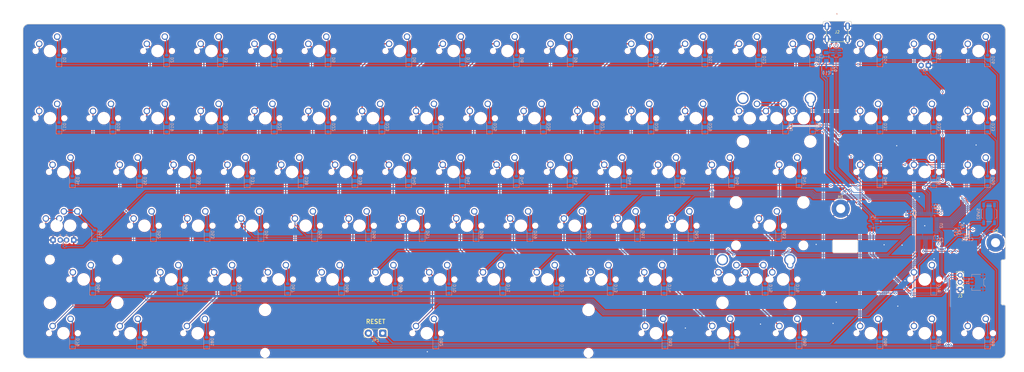
<source format=kicad_pcb>
(kicad_pcb (version 20221018) (generator pcbnew)
  (layers (0 "F.Cu" signal) (31 "B.Cu" signal) (34 "B.Paste" user) (35 "F.Paste" user) (36 "B.SilkS" user "B.Silkscreen") (37 "F.SilkS" user "F.Silkscreen") (38 "B.Mask" user) (39 "F.Mask" user) (44 "Edge.Cuts" user))
  (net 0 "")
  (net 1 "+3V3")
  (net 2 "GND")
  (net 3 "+5V")
  (net 4 "NRST")
  (net 5 "BOOT0")
  (net 6 "Net-(Q1-G)")
  (net 7 "ROW0")
  (net 8 "Net-(D1-A)")
  (net 9 "Net-(D2-A)")
  (net 10 "Net-(D3-A)")
  (net 11 "Net-(D4-A)")
  (net 12 "Net-(D5-A)")
  (net 13 "Net-(D6-A)")
  (net 14 "Net-(D7-A)")
  (net 15 "Net-(D8-A)")
  (net 16 "Net-(D9-A)")
  (net 17 "Net-(D10-A)")
  (net 18 "Net-(D11-A)")
  (net 19 "Net-(D12-A)")
  (net 20 "Net-(D13-A)")
  (net 21 "Net-(D14-A)")
  (net 22 "Net-(D15-A)")
  (net 23 "Net-(D16-A)")
  (net 24 "ROW1")
  (net 25 "Net-(D17-A)")
  (net 26 "Net-(D18-A)")
  (net 27 "Net-(D19-A)")
  (net 28 "Net-(D20-A)")
  (net 29 "Net-(D21-A)")
  (net 30 "Net-(D22-A)")
  (net 31 "Net-(D23-A)")
  (net 32 "Net-(D24-A)")
  (net 33 "Net-(D25-A)")
  (net 34 "Net-(D26-A)")
  (net 35 "Net-(D27-A)")
  (net 36 "Net-(D28-A)")
  (net 37 "Net-(D29-A)")
  (net 38 "Net-(D30-A)")
  (net 39 "Net-(D31-A)")
  (net 40 "Net-(D32-A)")
  (net 41 "Net-(D33-A)")
  (net 42 "ROW2")
  (net 43 "Net-(D34-A)")
  (net 44 "Net-(D35-A)")
  (net 45 "Net-(D36-A)")
  (net 46 "Net-(D37-A)")
  (net 47 "Net-(D38-A)")
  (net 48 "Net-(D39-A)")
  (net 49 "Net-(D40-A)")
  (net 50 "Net-(D41-A)")
  (net 51 "Net-(D42-A)")
  (net 52 "Net-(D43-A)")
  (net 53 "Net-(D44-A)")
  (net 54 "Net-(D45-A)")
  (net 55 "Net-(D46-A)")
  (net 56 "Net-(D47-A)")
  (net 57 "Net-(D48-A)")
  (net 58 "Net-(D49-A)")
  (net 59 "Net-(D50-A)")
  (net 60 "ROW3")
  (net 61 "Net-(D51-A)")
  (net 62 "Net-(D52-A)")
  (net 63 "Net-(D53-A)")
  (net 64 "Net-(D54-A)")
  (net 65 "Net-(D55-A)")
  (net 66 "Net-(D56-A)")
  (net 67 "Net-(D57-A)")
  (net 68 "Net-(D58-A)")
  (net 69 "Net-(D59-A)")
  (net 70 "Net-(D60-A)")
  (net 71 "Net-(D61-A)")
  (net 72 "Net-(D62-A)")
  (net 73 "Net-(D63-A)")
  (net 74 "ROW4")
  (net 75 "Net-(D64-A)")
  (net 76 "Net-(D65-A)")
  (net 77 "Net-(D66-A)")
  (net 78 "Net-(D67-A)")
  (net 79 "Net-(D68-A)")
  (net 80 "Net-(D69-A)")
  (net 81 "Net-(D70-A)")
  (net 82 "Net-(D71-A)")
  (net 83 "Net-(D72-A)")
  (net 84 "Net-(D73-A)")
  (net 85 "Net-(D74-A)")
  (net 86 "Net-(D75-A)")
  (net 87 "Net-(D76-A)")
  (net 88 "Net-(D77-A)")
  (net 89 "Net-(D78-A)")
  (net 90 "ROW5")
  (net 91 "Net-(D79-A)")
  (net 92 "Net-(D80-A)")
  (net 93 "Net-(D81-A)")
  (net 94 "Net-(D82-A)")
  (net 95 "Net-(D83-A)")
  (net 96 "Net-(D84-A)")
  (net 97 "Net-(D85-A)")
  (net 98 "Net-(D86-A)")
  (net 99 "Net-(D87-A)")
  (net 100 "Net-(D88-A)")
  (net 101 "VBUS")
  (net 102 "RGB_DB")
  (net 103 "D-")
  (net 104 "D+")
  (net 106 "COL0")
  (net 107 "COL2")
  (net 109 "COL4")
  (net 110 "COL5")
  (net 111 "COL6")
  (net 112 "COL8")
  (net 113 "COL9")
  (net 114 "COL10")
  (net 115 "COL11")
  (net 116 "COL12")
  (net 117 "COL13")
  (net 118 "COL14")
  (net 119 "COL15")
  (net 120 "COL16")
  (net 121 "COL1")
  (net 122 "COL3")
  (net 123 "COL7")
  (net 126 "Net-(D89-A)")
  (net 127 "CAPS_LED")
  (net 128 "Net-(D90-A)")
  (net 129 "SCRLCK_LED")
  (net 138 "RGBLED")
  (footprint "marbastlib-mx:SW_MX_1u" (layer "F.Cu") (at 140.416115 102.434638)
    (fp_text reference "SW71" hide)
    (fp_text value "MX_SW_solder" hide)
  )
  (footprint "marbastlib-mx:SW_MX_1u" (layer "F.Cu") (at 268.886115 21.594638)
    (fp_text reference "SW12" hide)
    (fp_text value "MX_SW_solder" hide)
  )
  (footprint "marbastlib-mx:SW_MX_1u" (layer "F.Cu") (at 192.776115 45.374638)
    (fp_text reference "SW26" hide)
    (fp_text value "MX_SW_solder" hide)
  )
  (footprint "marbastlib-mx:SW_MX_1u" (layer "F.Cu") (at 235.416115 102.434638)
    (fp_text reference "SW76" hide)
    (fp_text value "MX_SW_solder" hide)
  )
  (footprint "marbastlib-mx:SW_MX_1u" (layer "F.Cu") (at 97.676115 45.374638)
    (fp_text reference "SW21" hide)
    (fp_text value "MX_SW_solder" hide)
  )
  (footprint "marbastlib-mx:SW_MX_1u" (layer "F.Cu") (at 154.736115 45.374638)
    (fp_text reference "SW24" hide)
    (fp_text value "MX_SW_solder" hide)
  )
  (footprint "marbastlib-mx:SW_MX_1u" (layer "F.Cu") (at 173.756115 45.374638)
    (fp_text reference "SW25" hide)
    (fp_text value "MX_SW_solder" hide)
  )
  (footprint "marbastlib-mx:SW_MX_1u" (layer "F.Cu") (at 168.986115 83.414638)
    (fp_text reference "SW60" hide)
    (fp_text value "MX_SW_solder" hide)
  )
  (footprint "marbastlib-mx:SW_MX_1u" (layer "F.Cu") (at 50.088615 121.454638)
    (fp_text reference "SW83" hide)
    (fp_text value "MX_SW_solder" hide)
  )
  (footprint "marbastlib-mx:SW_MX_1u" (layer "F.Cu") (at 197.416115 102.434638)
    (fp_text reference "SW74" hide)
    (fp_text value "MX_SW_solder" hide)
  )
  (footprint "marbastlib-mx:SW_MX_1u" (layer "F.Cu") (at 202.286115 21.594638)
    (fp_text reference "SW9" hide)
    (fp_text value "MX_SW_solder" hide)
  )
  (footprint "marbastlib-mx:SW_MX_1u" (layer "F.Cu") (at 311.686115 45.374638)
    (fp_text reference "SW32" hide)
    (fp_text value "MX_SW_solder" hide)
  )
  (footprint "marbastlib-mx:SW_MX_1.75u" (layer "F.Cu") (at 28.718615 83.414638)
    (fp_text reference "SW53" hide)
    (fp_text value "MX_SW_solder" hide)
  )
  (footprint "marbastlib-mx:SW_MX_1u" (layer "F.Cu") (at 330.706115 121.454638)
    (fp_text reference "SW90" hide)
    (fp_text value "MX_SW_solder" hide)
  )
  (footprint "marbastlib-mx:SW_MX_1u" (layer "F.Cu") (at 275.926088 83.414669)
    (fp_text reference "SW65" hide)
    (fp_text value "MX_SW_solder" hide)
  )
  (footprint "marbastlib-mx:SW_MX_1.5u" (layer "F.Cu") (at 73.791115 121.454638)
    (fp_text reference "SW84" hide)
    (fp_text value "MX_SW_solder" hide)
  )
  (footprint "marbastlib-mx:SW_MX_1u" (layer "F.Cu") (at 107.136115 64.394638)
    (fp_text reference "SW39" hide)
    (fp_text value "MX_SW_solder" hide)
  )
  (footprint "marbastlib-mx:SW_MX_1.5u" (layer "F.Cu") (at 235.711115 121.454638)
    (fp_text reference "SW86" hide)
    (fp_text value "MX_SW_solder" hide)
  )
  (footprint "marbastlib-mx:SW_MX_1u" (layer "F.Cu") (at 226.006115 83.414638)
    (fp_text reference "SW63" hide)
    (fp_text value "MX_SW_solder" hide)
  )
  (footprint "marbastlib-mx:SW_MX_1.5u" (layer "F.Cu") (at 26.326115 64.394638)
    (fp_text reference "SW35" hide)
    (fp_text value "MX_SW_solder" hide)
  )
  (footprint "marbastlib-mx:SW_MX_1u" (layer "F.Cu") (at 330.706115 21.591179)
    (fp_text reference "SW15" hide)
    (fp_text value "MX_SW_solder" hide)
  )
  (footprint "TestPoint:TestPoint_2Pads_Pitch5.08mm_Drill1.3mm" (layer "F.Cu") (at 139.192 121.451498 180)
    (fp_text reference "JP1")
    (fp_text value "Jumper_2_Open")
  )
  (footprint "marbastlib-mx:SW_MX_1u" (layer "F.Cu") (at 259.296115 64.394638)
    (fp_text reference "SW47" hide)
    (fp_text value "MX_SW_solder" hide)
  )
  (footprint "marbastlib-mx:STAB_MX_2.25u" (layer "F.Cu") (at 33.496115 102.434638)
    (fp_text reference "S4" hide)
    (fp_text value "MX_stab")
  )
  (footprint "marbastlib-mx:SW_MX_1u" (layer "F.Cu") (at 145.176115 64.394638)
    (fp_text reference "SW41" hide)
    (fp_text value "MX_SW_solder" hide)
  )
  (footprint "marbastlib-mx:SW_MX_1u" (layer "F.Cu") (at 207.006115 83.414638)
    (fp_text reference "SW62" hide)
    (fp_text value "MX_SW_solder" hide)
  )
  (footprint "marbastlib-mx:SW_MX_1u" (layer "F.Cu") (at 311.686115 121.454638)
    (fp_text reference "SW89" hide)
    (fp_text value "MX_SW_solder" hide)
  )
  (footprint "marbastlib-mx:SW_MX_1u" (layer "F.Cu") (at 311.686115 64.394638)
    (fp_text reference "SW49" hide)
    (fp_text value "MX_SW_solder" hide)
  )
  (footprint "marbastlib-mx:SW_MX_1u" (layer "F.Cu") (at 230.816115 45.374638)
    (fp_text reference "SW28" hide)
    (fp_text value "MX_SW_solder" hide)
  )
  (footprint "marbastlib-mx:SW_MX_1u" (layer "F.Cu") (at 230.816115 21.594638)
    (fp_text reference "SW10" hide)
    (fp_text value "MX_SW_solder" hide)
  )
  (footprint "marbastlib-mx:SW_MX_1u" (layer "F.Cu") (at 21.596115 21.594638)
    (fp_text reference "SW1" hide)
    (fp_text value "MX_SW_solder" hide)
  )
  (footprint "marbastlib-mx:SW_MX_1u" (layer "F.Cu") (at 121.416115 102.434638)
    (fp_text reference "SW70" hide)
    (fp_text value "MX_SW_solder" hide)
  )
  (footprint "marbastlib-mx:SW_MX_1u" (layer "F.Cu") (at 287.906115 21.594638)
    (fp_text reference "SW13" hide)
    (fp_text value "MX_SW_solder" hide)
  )
  (footprint "marbastlib-mx:SW_MX_1u" (layer "F.Cu") (at 259.438615 121.454638)
    (fp_text reference "SW87" hide)
    (fp_text value "MX_SW_solder" hide)
  )
  (footprint "marbastlib-mx:SW_MX_1u" (layer "F.Cu") (at 249.836115 21.594638)
    (fp_text reference "SW11" hide)
    (fp_text value "MX_SW_solder" hide)
  )
  (footprint "marbastlib-mx:SW_MX_1u" (layer "F.Cu") (at 211.796115 45.374638)
    (fp_text reference "SW27" hide)
    (fp_text value "MX_SW_solder" hide)
  )
  (footprint "marbastlib-mx:LED_MX_3mm" (layer "F.Cu") (at 330.706115 26.671179)
    (fp_text reference "D90" hide)
    (fp_text value "LED_Small" hide)
  )
  (footprint "marbastlib-mx:SW_MX_1u" (layer "F.Cu") (at 69.096115 64.394638)
    (fp_text reference "SW37" hide)
    (fp_text value "MX_SW_solder" hide)
  )
  (footprint "marbastlib-mx:SW_MX_1u" (layer "F.Cu") (at 116.696534 21.599485)
    (fp_text reference "SW5" hide)
    (fp_text value "MX_SW_solder" hide)
  )
  (footprint "MountingHole:MountingHole_3.2mm_M3_Pad" (layer "F.Cu") (at 301.009027 77.392443)
    (fp_text reference "H1")
    (fp_text value "MountingHole_Pad")
  )
  (footprint "marbastlib-mx:SW_MX_1u" (layer "F.Cu") (at 97.676534 21.599485)
    (fp_text reference "SW4" hide)
    (fp_text value "MX_SW_solder" hide)
  )
  (footprint "marbastlib-mx:SW_MX_1u" (layer "F.Cu") (at 135.716115 45.374638)
    (fp_text reference "SW23" hide)
    (fp_text value "MX_SW_solder" hide)
  )
  (footprint "marbastlib-mx:SW_MX_1u" (layer "F.Cu") (at 164.196115 64.394638)
    (fp_text reference "SW42" hide)
    (fp_text value "MX_SW_solder" hide)
  )
  (footprint "marbastlib-mx:SW_MX_1u" (layer "F.Cu") (at 349.726115 121.454638)
    (fp_text reference "SW91" hide)
    (fp_text value "MX_SW_solder" hide)
  )
  (footprint "marbastlib-mx:SW_MX_1u" (layer "F.Cu") (at 116.696115 45.374638)
    (fp_text reference "SW22" hide)
    (fp_text value "MX_SW_solder" hide)
  )
  (footprint "marbastlib-mx:SW_MX_1u" (layer "F.Cu") (at 245.006115 83.414638)
    (fp_text reference "SW64" hide)
    (fp_text value "MX_SW_solder" hide)
  )
  (footprint "marbastlib-mx:SW_MX_1u" (layer "F.Cu") (at 330.706115 102.434638)
    (fp_text reference "SW81" hide)
    (fp_text value "MX_SW_solder" hide)
  )
  (footprint "marbastlib-mx:SW_MX_1.75u_STP_1.25" (layer "F.Cu") (at 23.956115 83.414638)
    (fp_text reference "SW52" hide)
    (fp_text value "MX_SW_solder" hide)
  )
  (footprint "marbastlib-mx:SW_MX_1u" (layer "F.Cu") (at 278.381115 45.374638)
    (fp_text reference "SW30" hide)
    (fp_text value "MX_SW_solder" hide)
  )
  (footprint "marbastlib-mx:SW_MX_1u" (layer "F.Cu") (at 349.726115 64.394638)
    (fp_text reference "SW51" hide)
    (fp_text value "MX_SW_solder" hide)
  )
  (footprint "marbastlib-mx:SW_MX_1u" (layer "F.Cu") (at 349.726115 45.374638)
    (fp_text reference "SW34" hide)
    (fp_text value "MX_SW_solder" hide)
  )
  (footprint "marbastlib-mx:SW_MX_1u" (layer "F.Cu") (at 33.496115 102.434638)
    (fp_text reference "SW66" hide)
    (fp_text value "MX_SW_solder" hide)
  )
  (footprint "marbastlib-mx:SW_MX_1u" (layer "F.Cu") (at 183.266115 21.594638)
    (fp_text reference "SW8" hide)
    (fp_text value "MX_SW_solder" hide)
  )
  (footprint "marbastlib-mx:SW_MX_1u" (layer "F.Cu") (at 50.076115 64.394638)
    (fp_text reference "SW36" hide)
    (fp_text value "MX_SW_solder" hide)
  )
  (footprint "marbastlib-mx:SW_MX_1u" (layer "F.Cu") (at 83.416115 102.434638)
    (fp_text reference "SW68" hide)
    (fp_text value "MX_SW_solder" hide)
  )
  (footprint "marbastlib-mx:SW_MX_1u" (layer "F.Cu") (at 59.636115 45.374638)
    (fp_text reference "SW19" hide)
    (fp_text value "MX_SW_solder" hide)
  )
  (footprint "marbastlib-mx:SW_MX_1u" (layer "F.Cu") (at 178.416115 102.434638)
    (fp_text reference "SW73" hide)
    (fp_text value "MX_SW_solder" hide)
  )
  (footprint "marbastlib-mx:SW_MX_1u" (layer "F.Cu") (at 271.141115 102.434638)
    (fp_text reference "SW78" hide)
    (fp_text value "MX_SW_solder" hide)
  )
  (footprint "marbastlib-mx:STAB_MX_P_2.75u" (layer "F.Cu") (at 271.141115 102.434638)
    (fp_text reference "S2" hide)
    (fp_text value "MX_stab")
  )
  (footprint "marbastlib-mx:SW_MX_1u" (layer "F.Cu") (at 188.006115 83.414638)
    (fp_text reference "SW61" hide)
    (fp_text value "MX_SW_solder" hide)
  )
  (footprint "marbastlib-mx:SW_MX_1u" (layer "F.Cu") (at 183.216115 64.394638)
    (fp_text reference "SW43" hide)
    (fp_text value "MX_SW_solder" hide)
  )
  (footprint "marbastlib-mx:SW_MX_1u" (layer "F.Cu") (at 330.706115 45.374638)
    (fp_text reference "SW33" hide)
    (fp_text value "MX_SW_solder" hide)
  )
  (footprint "marbastlib-mx:SW_MX_1.5u" (layer "F.Cu") (at 283.156115 121.454638)
    (fp_text reference "SW88" hide)
    (fp_text value "MX_SW_solder" hide)
  )
  (footprint "random-keyboard-parts:Molex-0548190589" (layer "F.Cu") (at 299.796115 12.85 -90)
    (fp_text reference "J2")
    (fp_text value "USB_B_Mini")
  )
  (footprint "marbastlib-mx:SW_MX_1u" (layer "F.Cu") (at 92.966115 83.414638)
    (fp_text reference "SW56" hide)
    (fp_text value "MX_SW_solder" hide)
  )
  (footprint "marbastlib-mx:STAB_MX_7u" (layer "F.Cu") (at 154.747529 121.451498 180)
    (fp_text reference "S5" hide)
    (fp_text value "MX_stab")
  )
  (footprint "marbastlib-mx:SW_MX_1u" (layer "F.Cu") (at 126.156115 64.394638)
    (fp_text reference "SW40" hide)
    (fp_text value "MX_SW_solder" hide)
  )
  (footprint "marbastlib-mx:SW_MX_1u" (layer "F.Cu") (at 78.656115 45.374638)
    (fp_text reference "SW20" hide)
    (fp_text value "MX_SW_solder" hide)
  )
  (footprint "marbastlib-mx:SW_MX_1u" (layer "F.Cu") (at 102.416115 102.434638)
    (fp_text reference "SW69" hide)
    (fp_text value "MX_SW_solder" hide)
  )
  (footprint "marbastlib-mx:SW_MX_1u" (layer "F.Cu") (at 349.726115 21.594638)
    (fp_text reference "SW16" hide)
    (fp_text value "MX_SW_solder" hide)
  )
  (footprint "marbastlib-mx:SW_MX_1u" (layer "F.Cu") (at 164.246115 21.594638)
    (fp_text reference "SW7" hide)
    (fp_text value "MX_SW_solder" hide)
  )
  (footprint "marbastlib-mx:SW_MX_1u" (layer "F.Cu") (at 64.416115 102.434638)
    (fp_text reference "SW67" hide)
    (fp_text value "MX_SW_solder" hide)
  )
  (footprint "marbastlib-mx:SW_MX_1u" (layer "F.Cu") (at 330.706115 64.394638)
    (fp_text reference "SW50" hide)
    (fp_text value "MX_SW_solder" hide)
  )
  (footprint "marbastlib-mx:SW_MX_1u" (layer "F.Cu") (at 159.416115 102.434638)
    (fp_text reference "SW72" hide)
    (fp_text value "MX_SW_solder" hide)
  )
  (footprint "marbastlib-mx:SW_MX_1u" (layer "F.Cu") (at 78.656534 21.599485)
    (fp_text reference "SW3" hide)
    (fp_text value "MX_SW_solder" hide)
  )
  (footprint "marbastlib-mx:SW_MX_1u" (layer "F.Cu") (at 111.966115 83.414638)
    (fp_text reference "SW57" hide)
    (fp_text value "MX_SW_solder" hide)
  )
  (footprint "marbastlib-mx:STAB_MX_2.25u" (layer "F.Cu") (at 275.926088 83.414669 180)
    (fp_text reference "S3" hide)
    (fp_text value "MX_stab")
  )
  (footprint "MountingHole:MountingHole_3.2mm_M3_Pad" (layer "F.Cu") (at 355.726066 89.414572)
    (fp_text reference "H2")
    (fp_text value "MountingHole_Pad")
  )
  (footprint "marbastlib-mx:SW_MX_1.75u" (layer "F.Cu") (at 261.631115 102.434638)
    (fp_text reference "SW77" hide)
    (fp_text value "MX_SW_solder" hide)
  )
  (footprint "marbastlib-mx:SW_MX_1u" (layer "F.Cu") (at 149.966115 83.414638)
    (fp_text reference "SW59" hide)
    (fp_text value "MX_SW_solder" hide)
  )
  (footprint "marbastlib-mx:SW_MX_1u" (layer "F.Cu") (at 202.236115 64.394638)
    (fp_text reference "SW44" hide)
    (fp_text value "MX_SW_solder" hide)
  )
  (footprint "marbastlib-mx:SW_MX_1u" (layer "F.Cu") (at 249.836115 45.374638)
    (fp_text reference "SW29" hide)
    (fp_text value "MX_SW_solder" hide)
  )
  (footprint "marbastlib-mx:SW_MX_1.5u" (layer "F.Cu") (at 26.346115 121.454638)
    (fp_text reference "SW82" hide)
    (fp_text value "MX_SW_solder" hide)
  )
  (footprint "marbastlib-mx:SW_MX_1u" (layer "F.Cu") (at 216.416115 102.434638)
    (fp_text reference "SW75" hide)
    (fp_text value "MX_SW_solder" hide)
  )
  (footprint "marbastlib-mx:SW_MX_1u" (layer "F.Cu") (at 73.966115 83.414638)
    (fp_text reference "SW55" hide)
    (fp_text value "MX_SW_solder" hide)
  )
  (footprint "marbastlib-mx:SW_MX_1u" (layer "F.Cu") (at 88.116115 64.394638)
    (fp_text reference "SW38" hide)
    (fp_text value "MX_SW_solder" hide)
  )
  (footprint "marbastlib-mx:SW_MX_1u" (layer "F.Cu") (at 287.891115 45.374638)
    (fp_text reference "SW80" hide)
    (fp_text value "MX_SW_solder" hide)
  )
  (footprint "marbastlib-mx:SW_MX_1u" (layer "F.Cu") (at 311.686115 21.594638)
    (fp_text reference "SW14" hide)
    (fp_text value "MX_SW_solder" hide)
  )
  (footprint "marbastlib-mx:SW_MX_1.5u" (layer "F.Cu") (at 283.111115 64.394638)
    (fp_text reference "SW48" hide)
    (fp_text value "MX_SW_solder" hide)
  )
  (footprint "marbastlib-mx:SW_MX_1u" (layer "F.Cu") (at 268.871115 45.374638)
    (fp_text reference "SW31" hide)
    (fp_text value "MX_SW_solder" hide)
  )
  (footprint "marbastlib-mx:SW_MX_1u" (layer "F.Cu") (at 280.651115 102.434638)
    (fp_text reference "SW79" hide)
    (fp_text value "MX_SW_solder" hide)
  )
  (footprint "marbastlib-mx:SW_MX_1u" (layer "F.Cu") (at 145.226115 21.594638)
    (fp_text reference "SW6" hide)
    (fp_text value "MX_SW_solder" hide)
  )
  (footprint "marbastlib-mx:LED_MX_3mm-ROT" (layer "F.Cu") (at 23.956115 88.494638)
    (fp_text reference "D91" hide)
    (fp_text value "LED_Small" hide)
  )
  (footprint "marbastlib-mx:LED_MX_3mm" (layer "F.Cu") (at 28.718615 88.494638)
    (fp_text reference "D89" hide)
    (fp_text value "LED_Small" hide)
  )
  (footprint "marbastlib-mx:STAB_MX_P_2u" (layer "F.Cu") (at 278.381115 45.374638)
    (fp_text reference "S1" hide)
    (fp_text value "MX_stab")
  )
  (footprint "marbastlib-mx:SW_MX_1u" (layer "F.Cu") (at 240.276115 64.394638)
    (fp_text reference "SW46" hide)
    (fp_text value "MX_SW_solder" hide)
  )
  (footprint "Connector_PinHeader_2.54mm:PinHeader_1x03_P2.54mm_Vertical" (layer "F.Cu") (at 343.206115 105.984629 180)
    (fp_text reference "J3")
    (fp_text value "Conn_01x03")
  )
  (footprint "marbastlib-mx:SW_MX_1u" (layer "F.Cu") (at 221.256115 64.394638)
    (fp_text reference "SW45" hide)
    (fp_text value "MX_SW_solder" hide)
  )
  (footprint "marbastlib-mx:SW_MX_1u" (layer "F.Cu") (at 21.596115 45.374638)
    (fp_text reference "SW17" hide)
    (fp_text value "MX_SW_solder" hide)
  )
  (footprint "marbastlib-mx:SW_MX_1u" (layer "F.Cu") (at 54.966115 83.414638)
    (fp_text reference "SW54" hide)
    (fp_text value "MX_SW_solder" hide)
  )
  (footprint "marbastlib-mx:SW_MX_1u" (layer "F.Cu") (at 59.636534 21.599485)
    (fp_text reference "SW2" hide)
    (fp_text value "MX_SW_solder" hide)
  )
  (footprint "marbastlib-mx:SW_MX_1u" (layer "F.Cu") (at 130.966115 83.414638)
    (fp_text reference "SW58" hide)
    (fp_text value "MX_SW_solder" hide)
  )
  (footprint "marbastlib-mx:SW_MX_1u" (layer "F.Cu") (at 154.747529 121.451498)
    (fp_text reference "SW85" hide)
    (fp_text value "MX_SW_solder" hide)
  )
  (footprint "marbastlib-mx:SW_MX_1u" (layer "F.Cu") (at 40.616115 45.374638)
    (fp_text reference "SW18" hide)
    (fp_text value "MX_SW_solder" hide)
  )
  (footprint "Diode_SMD:D_SOD-123" (layer "B.Cu") (at 205.455115 24.763638 90)
    (fp_text reference "D9")
    (fp_text value "D_Small")
  )
  (footprint "Diode_SMD:D_SOD-123" (layer "B.Cu") (at 286.280115 67.563638 90)
    (fp_text reference "D47")
    (fp_text value "D_Small")
  )
  (footprint "Package_QFP:LQFP-48_7x7mm_P0.5mm" (layer "B.Cu") (at 330.706115 83.414638 90)
    (fp_text reference "U2")
    (fp_text value "STM32F072C8Tx")
  )
  (footprint "Diode_SMD:D_SOD-123" (layer "B.Cu") (at 119.865534 24.768485 90)
    (fp_text reference "D5")
    (fp_text value "D_Small")
  )
  (footprint "Capacitor_SMD:C_0402_1005Metric" (layer "B.Cu") (at 346.484 87.12)
    (fp_text reference "C11")
    (fp_text value "1uF")
  )
  (footprint "Diode_SMD:D_SOD-123" (layer "B.Cu") (at 243.445115 67.563638 90)
    (fp_text reference "D45")
    (fp_text value "D_Small")
  )
  (footprint "Diode_SMD:D_SOD-123" (layer "B.Cu") (at 274.310115 105.603638 90)
    (fp_text reference "D75")
    (fp_text value "D_Small")
  )
  (footprint "Diode_SMD:D_SOD-123" (layer "B.Cu") (at 62.805534 24.768485 90)
    (fp_text reference "D2")
    (fp_text value "D_Small")
  )
  (footprint "Diode_SMD:D_SOD-123" (layer "B.Cu") (at 233.985115 48.543638 90)
    (fp_text reference "D28")
    (fp_text value "D_Small")
  )
  (footprint "Diode_SMD:D_SOD-123" (layer "B.Cu") (at 272.055115 24.763638 90)
    (fp_text reference "D12")
    (fp_text value "D_Small")
  )
  (footprint "Diode_SMD:D_SOD-123" (layer "B.Cu") (at 219.585115 105.603638 90)
    (fp_text reference "D73")
    (fp_text value "D_Small")
  )
  (footprint "Diode_SMD:D_SOD-123" (layer "B.Cu") (at 119.865115 48.543638 90)
    (fp_text reference "D22")
    (fp_text value "D_Small")
  )
  (footprint "Diode_SMD:D_SOD-123" (layer "B.Cu") (at 333.875115 105.603638 90)
    (fp_text reference "D78")
    (fp_text value "D_Small")
  )
  (footprint "Diode_SMD:D_SOD-123" (layer "B.Cu") (at 314.855115 48.543638 90)
    (fp_text reference "D31")
    (fp_text value "D_Small")
  )
  (footprint "Diode_SMD:D_SOD-123" (layer "B.Cu") (at 105.585115 105.603638 90)
    (fp_text reference "D67")
    (fp_text value "D_Small")
  )
  (footprint "Diode_SMD:D_SOD-123" (layer "B.Cu") (at 100.845534 24.768485 90)
    (fp_text reference "D4")
    (fp_text value "D_Small")
  )
  (footprint "Diode_SMD:D_SOD-123" (layer "B.Cu") (at 253.005115 24.763638 90)
    (fp_text reference "D11")
    (fp_text value "D_Small")
  )
  (footprint "Diode_SMD:D_SOD-123" (layer "B.Cu") (at 333.875115 124.623638 90)
    (fp_text reference "D87")
    (fp_text value "D_Small")
  )
  (footprint "Diode_SMD:D_SOD-123" (layer "B.Cu") (at 224.425115 67.563638 90)
    (fp_text reference "D44")
    (fp_text value "D_Small")
  )
  (footprint "Capacitor_SMD:C_0402_1005Metric" (layer "B.Cu") (at 342.9 85.723 -90)
    (fp_text reference "C12")
    (fp_text value "4.7uF")
  )
  (footprint "Resistor_SMD:R_0402_1005Metric" (layer "B.Cu") (at 330.962 29.464 180)
    (fp_text reference "R5")
    (fp_text value "220")
  )
  (footprint "Diode_SMD:D_SOD-123" (layer "B.Cu") (at 148.395115 24.763638 90)
    (fp_text reference "D6")
    (fp_text value "D_Small")
  )
  (footprint "Diode_SMD:D_SOD-123" (layer "B.Cu") (at 352.895115 48.543638 90)
    (fp_text reference "D33")
    (fp_text value "D_Small")
  )
  (footprint "Diode_SMD:D_SOD-123" (layer "B.Cu") (at 100.845115 48.543638 90)
    (fp_text reference "D21")
    (fp_text value "D_Small")
  )
  (footprint "Diode_SMD:D_SOD-123" (layer "B.Cu") (at 352.895115 24.763638 90)
    (fp_text reference "D16")
    (fp_text value "D_Small")
  )
  (footprint "Diode_SMD:D_SOD-123" (layer "B.Cu") (at 333.875115 23.368 90)
    (fp_text reference "D15")
    (fp_text value "D_Small")
  )
  (footprint "Diode_SMD:D_SOD-123" (layer "B.Cu") (at 186.435115 24.763638 90)
    (fp_text reference "D8")
    (fp_text value "D_Small")
  )
  (footprint "Resistor_SMD:R_0402_1005Metric" (layer "B.Cu") (at 342.9 83.691 90)
    (fp_text reference "R2")
    (fp_text value "10k")
  )
  (footprint "Diode_SMD:D_SOD-123" (layer "B.Cu") (at 58.135115 86.583638 90)
    (fp_text reference "D52")
    (fp_text value "D_Small")
  )
  (footprint "Diode_SMD:D_SOD-123" (layer "B.Cu") (at 86.585115 105.603638 90)
    (fp_text reference "D66")
    (fp_text value "D_Small")
  )
  (footprint "Diode_SMD:D_SOD-123" (layer "B.Cu") (at 172.155115 86.583638 90)
    (fp_text reference "D58")
    (fp_text value "D_Small")
  )
  (footprint "Diode_SMD:D_SOD-123" (layer "B.Cu") (at 167.365115 67.563638 90)
    (fp_text reference "D41")
    (fp_text value "D_Small")
  )
  (footprint "Diode_SMD:D_SOD-123" (layer "B.Cu") (at 186.385115 67.563638 90)
    (fp_text reference "D42")
    (fp_text value "D_Small")
  )
  (footprint "Capacitor_SMD:C_0402_1005Metric" (layer "B.Cu") (at 325.12 79.121 90)
    (fp_text reference "C7")
    (fp_text value "4.7uF")
  )
  (footprint "Diode_SMD:D_SOD-123" (layer "B.Cu") (at 24.765115 24.763638 90)
    (fp_text reference "D1")
    (fp_text value "D_Small")
  )
  (footprint "Diode_SMD:D_SOD-123" (layer "B.Cu") (at 81.825115 48.543638 90)
    (fp_text reference "D20")
    (fp_text value "D_Small")
  )
  (footprint "Diode_SMD:D_SOD-123" (layer "B.Cu") (at 96.135115 86.583638 90)
    (fp_text reference "D54")
    (fp_text value "D_Small")
  )
  (footprint "Diode_SMD:D_SOD-123" (layer "B.Cu") (at 62.805115 48.543638 90)
    (fp_text reference "D19")
    (fp_text value "D_Small")
  )
  (footprint "Diode_SMD:D_SOD-123" (layer "B.Cu") (at 248.175115 86.583638 90)
    (fp_text reference "D62")
    (fp_text value "D_Small")
  )
  (footprint "Diode_SMD:D_SOD-123" (layer "B.Cu") (at 148.345115 67.563638 90)
    (fp_text reference "D40")
    (fp_text value "D_Small")
  )
  (footprint "Diode_SMD:D_SOD-123" (layer "B.Cu") (at 37.338 86.583638 90)
    (fp_text reference "D51")
    (fp_text value "D_Small")
  )
  (footprint "Diode_SMD:D_SOD-123" (layer "B.Cu") (at 81.825534 24.768485 90)
    (fp_text reference "D3")
    (fp_text value "D_Small")
  )
  (footprint "Diode_SMD:D_SOD-123" (layer "B.Cu") (at 53.245115 67.563638 90)
    (fp_text reference "D35")
    (fp_text value "D_Small")
  )
  (footprint "Diode_SMD:D_SOD-123" (layer "B.Cu") (at 352.895115 67.563638 90)
    (fp_text reference "D50")
    (fp_text value "D_Small")
  )
  (footprint "Diode_SMD:D_SOD-123" (layer "B.Cu") (at 352.895115 124.623638 90)
    (fp_text reference "D88")
    (fp_text value "D_Small")
  )
  (footprint "Diode_SMD:D_SOD-123" (layer "B.Cu") (at 283.820115 105.603638 90)
    (fp_text reference "D76")
    (fp_text value "D_Small")
  )
  (footprint "Diode_SMD:D_SOD-123" (layer "B.Cu") (at 233.985115 24.763638 90)
    (fp_text reference "D10")
    (fp_text value "D_Small")
  )
  (footprint "Capacitor_SMD:C_0402_1005Metric" (layer "B.Cu") (at 334.518 78.641 90)
    (fp_text reference "C5")
    (fp_text value "10nF")
  )
  (footprint "Capacitor_SMD:C_0402_1005Metric" (layer "B.Cu") (at 334.518 88.519 90)
    (fp_text reference "C6")
    (fp_text value "4.7uF")
  )
  (footprint "Diode_SMD:D_SOD-123" (layer "B.Cu") (at 181.585115 105.603638 90)
    (fp_text reference "D71")
    (fp_text value "D_Small")
  )
  (footprint "Diode_SMD:D_SOD-123" (layer "B.Cu") (at 314.855115 67.563638 90)
    (fp_text reference "D48")
    (fp_text value "D_Small")
  )
  (footprint "Package_TO_SOT_SMD:SOT-23-5" (layer "B.Cu") (at 312.547 82.677 180)
    (fp_text reference "U4")
    (fp_text value "74AHCT1G125")
  )
  (footprint "Diode_SMD:D_SOD-123" (layer "B.Cu") (at 314.855115 124.623638 90)
    (fp_text reference "D86")
    (fp_text value "D_Small")
  )
  (footprint "Diode_SMD:D_SOD-123" (layer "B.Cu") (at 262.607615 124.623638 90)
    (fp_text reference "D84")
    (fp_text value "D_Small")
  )
  (footprint "Capacitor_SMD:C_0402_1005Metric" (layer "B.Cu") (at 298.196 28.0185 90)
    (fp_text reference "C9")
    (fp_text value "1uF")
  )
  (footprint "Diode_SMD:D_SOD-123" (layer "B.Cu") (at 153.135115 86.583638 90)
    (fp_text reference "D57")
    (fp_text value "D_Small")
  )
  (footprint "Resistor_SMD:R_0402_1005Metric" (layer "B.Cu") (at 341.884 85.723 90)
    (fp_text reference "R3")
    (fp_text value "100k")
  )
  (footprint "Diode_SMD:D_SOD-123" (layer "B.Cu") (at 72.265115 67.563638 90)
    (fp_text reference "D36")
    (fp_text value "D_Small")
  )
  (footprint "Diode_SMD:D_SOD-123" (layer "B.Cu") (at 77.135115 86.583638 90)
    (fp_text reference "D53")
    (fp_text value "D_Small")
  )
  (footprint "Diode_SMD:D_SOD-123" (layer "B.Cu") (at 167.415115 24.763638 90)
    (fp_text reference "D7")
    (fp_text value "D_Small")
  )
  (footprint "Button_Switch_SMD:SW_SPST_TL3342" (layer "B.Cu") (at 353.446 79.223 -90)
    (fp_text reference "SW92")
    (fp_text value "SW_Push")
  )
  (footprint "Diode_SMD:D_SOD-123" (layer "B.Cu") (at 238.585115 105.603638 90)
    (fp_text reference "D74")
    (fp_text value "D_Small")
  )
  (footprint "Package_TO_SOT_SMD:SOT-23" (layer "B.Cu") (at 295.91 28.0185 90)
    (fp_text reference "U1")
    (fp_text value "XC6206PxxxMR")
  )
  (footprint "Diode_SMD:D_SOD-123" (layer "B.Cu") (at 176.925115 48.543638 90)
    (fp_text reference "D25")
    (fp_text value "D_Small")
  )
  (footprint "Diode_SMD:D_SOD-123" (layer "B.Cu") (at 191.175115 86.583638 90)
    (fp_text reference "D59")
    (fp_text value "D_Small")
  )
  (footprint "Diode_SMD:D_SOD-123" (layer "B.Cu") (at 67.585115 105.603638 90)
    (fp_text reference "D65")
    (fp_text value "D_Small")
  )
  (footprint "Capacitor_SMD:C_0402_1005Metric" (layer "B.Cu") (at 334.5555 76.708 90)
    (fp_text reference "C4")
    (fp_text value "100nF")
  )
  (footprint "Diode_SMD:D_SOD-123" (layer "B.Cu") (at 124.585115 105.603638 90)
    (fp_text reference "D68")
    (fp_text value "D_Small")
  )
  (footprint "Diode_SMD:D_SOD-123" (layer "B.Cu") (at 29.515115 124.623638 90)
    (fp_text reference "D79")
    (fp_text value "D_Small")
  )
  (footprint "Diode_SMD:D_SOD-123" (layer "B.Cu") (at 333.875115 48.543638 90)
    (fp_text reference "D32")
    (fp_text value "D_Small")
  )
  (footprint "Diode_SMD:D_SOD-123" (layer "B.Cu") (at 138.885115 48.543638 90)
    (fp_text reference "D23")
    (fp_text value "D_Small")
  )
  (footprint "Diode_SMD:D_SOD-123" (layer "B.Cu") (at 195.945115 48.543638 90)
    (fp_text reference "D26")
    (fp_text value "D_Small")
  )
  (footprint "Capacitor_SMD:C_0402_1005Metric" (layer "B.Cu") (at 333.502 76.708 90)
    (fp_text reference "C8")
    (fp_text value "1uF")
  )
  (footprint "Diode_SMD:D_SOD-123" (layer "B.Cu") (at 279.095088 86.583669 90)
    (fp_text reference "D63")
    (fp_text value "D_Small")
  )
  (footprint "Capacitor_SMD:C_0402_1005Metric" (layer "B.Cu") (at 295.91 30.5585 180)
    (fp_text reference "C10")
    (fp_text value "1uF")
  )
  (footprint "Capacitor_SMD:C_0402_1005Metric" (layer "B.Cu") (at 326.136 79.121 90)
    (fp_text reference "C3")
    (fp_text value "100nF")
  )
  (footprint "Diode_SMD:D_SOD-123" (layer "B.Cu") (at 214.965115 48.543638 90)
    (fp_text reference "D27")
    (fp_text value "D_Small")
  )
  (footprint "Diode_SMD:D_SOD-123" (layer "B.Cu") (at 200.585115 105.603638 90)
    (fp_text reference "D72")
    (fp_text value "D_Small")
  )
  (footprint "Diode_SMD:D_SOD-123" (layer "B.Cu") (at 36.665115 105.603638 90)
    (fp_text reference "D64")
    (fp_text value "D_Small")
  )
  (footprint "Diode_SMD:D_SOD-123" (layer "B.Cu") (at 43.785115 48.543638 90)
    (fp_text reference "D18")
    (fp_text value "D_Small")
  )
  (footprint "Diode_SMD:D_SOD-123" (layer "B.Cu") (at 134.135115 86.583638 90)
    (fp_text reference "D56")
    (fp_text value "D_Small")
  )
  (footprint "Diode_SMD:D_SOD-123" (layer "B.Cu") (at 53.257615 124.623638 90)
    (fp_text reference "D80")
    (fp_text value "D_Small")
  )
  (footprint "Diode_SMD:D_SOD-123" (layer "B.Cu") (at 205.405115 67.563638 90)
    (fp_text reference "D43")
    (fp_text value "D_Small")
  )
  (footprint "Diode_SMD:D_SOD-123" (layer "B.Cu") (at 157.916529 124.620498 90)
    (fp_text reference "D82")
    (fp_text value "D_Small")
  )
  (footprint "Diode_SMD:D_SOD-123" (layer "B.Cu") (at 115.135115 86.583638 90)
    (fp_text reference "D55")
    (fp_text value "D_Small")
  )
  (footprint "Diode_SMD:D_SOD-123" (layer "B.Cu") (at 286.325115 124.623638 90)
    (fp_text reference "D85")
    (fp_text value "D_Small")
  )
  (footprint "Package_TO_SOT_SMD:SOT-23" (layer "B.Cu") (at 345.44 84.7555)
    (fp_text reference "Q1")
    (fp_text value "2N7002")
  )
  (footprint "Diode_SMD:D_SOD-123" (layer "B.Cu") (at 229.175115 86.583638 90)
    (fp_text reference "D61")
    (fp_text value "D_Small")
  )
  (footprint "Diode_SMD:D_SOD-123" (layer "B.Cu") (at 333.875115 67.563638 90)
    (fp_text reference "D49")
    (fp_text value "D_Small")
  )
  (footprint "marbastlib-various:SOT-23-6-routable" (layer "B.Cu") (at 299.434 22.194 180)
    (fp_text reference "U3")
    (fp_text value "SRV05-4")
  )
  (footprint "Diode_SMD:D_SOD-123" (layer "B.Cu") (at 291.060115 48.543638 90)
    (fp_text reference "D77")
    (fp_text value "D_Small")
  )
  (footprint "Diode_SMD:D_SOD-123" (layer "B.Cu") (at 76.960115 124.623638 90)
    (fp_text reference "D81")
    (fp_text value "D_Small")
  )
  (footprint "Diode_SMD:D_SOD-123" (layer "B.Cu") (at 162.585115 105.603638 90)
    (fp_text reference "D70")
    (fp_text value "D_Small")
  )
  (footprint "Diode_SMD:D_SOD-123" (layer "B.Cu") (at 143.585115 105.603638 90)
    (fp_text reference "D69")
    (fp_text value "D_Small")
  )
  (footprint "Diode_SMD:D_SOD-123" (layer "B.Cu") (at 262.465115 67.563638 90)
    (fp_text reference "D46")
    (fp_text value "D_Small")
  )
  (footprint "Diode_SMD:D_SOD-123" (layer "B.Cu") (at 281.550115 48.543638 90)
    (fp_text reference "D30")
    (fp_text value "D_Small")
  )
  (footprint "Fuse:Fuse_1206_3216Metric" (layer "B.Cu") (at 295.91 23.594 -90)
    (fp_text reference "F1")
    (fp_text value "Polyfuse_Small")
  )
  (footprint "Diode_SMD:D_SOD-123" (layer "B.Cu") (at 24.765115 48.543638 90)
    (fp_text reference "D17")
    (fp_text value "D_Small")
  )
  (footprint "Resistor_SMD:R_0402_1005Metric" (layer "B.Cu") (at 344.551 87.12)
    (fp_text reference "R1")
    (fp_text value "10k")
  )
  (footprint "Diode_SMD:D_SOD-123" (layer "B.Cu") (at 129.325115 67.563638 90)
    (fp_text reference "D39")
    (fp_text value "D_Small")
  )
  (footprint "Diode_SMD:D_SOD-123" (layer "B.Cu") (at 291.075115 24.763638 90)
    (fp_text reference "D13")
    (fp_text value "D_Small")
  )
  (footprint "Diode_SMD:D_SOD-123" (layer "B.Cu") (at 253.005115 48.543638 90)
    (fp_text reference "D29")
    (fp_text value "D_Small")
  )
  (footprint "Capacitor_SMD:C_0402_1005Metric" (layer "B.Cu") (at 335.534 78.641 90)
    (fp_text reference "C1")
    (fp_text value "100nF")
  )
  (footprint "Diode_SMD:D_SOD-123" (layer "B.Cu") (at 314.855115 24.763638 90)
    (fp_text reference "D14")
    (fp_text value "D_Small")
  )
  (footprint "Diode_SMD:D_SOD-123" (layer "B.Cu") (at 210.175115 86.583638 90)
    (fp_text reference "D60")
    (fp_text value "D_Small")
  )
  (footprint "Capacitor_SMD:C_0402_1005Metric" (layer "B.Cu") (at 335.534 88.519 90)
    (fp_text reference "C2")
    (fp_text value "100nF")
  )
  (footprint "Diode_SMD:D_SOD-123" (layer "B.Cu") (at 238.880115 124.623638 90)
    (fp_text reference "D83")
    (fp_text value "D_Small")
  )
  (footprint "Diode_SMD:D_SOD-123" (layer "B.Cu") (at 29.495115 67.563638 90)
    (fp_text reference "D34")
    (fp_text value "D_Small")
  )
  (footprint "Connector_Molex:Molex_Pico-EZmate_78171-0003_1x03-1MP_P1.20mm_Vertical" (layer "B.Cu") (at 349.386 103.473 -90)
    (fp_text reference "J1")
    (fp_text value "Conn_01x03")
  )
  (footprint "Diode_SMD:D_SOD-123" (layer "B.Cu") (at 110.305115 67.563638 90)
    (fp_text reference "D38")
    (fp_text value "D_Small")
  )
  (footprint "Diode_SMD:D_SOD-123" (layer "B.Cu") (at 91.285115 67.563638 90)
    (fp_text reference "D37")
    (fp_text value "D_Small")
  )
  (footprint "Diode_SMD:D_SOD-123" (layer "B.Cu") (at 157.905115 48.543638 90)
    (fp_text reference "D24")
    (fp_text value "D_Small")
  )
  (footprint "Resistor_SMD:R_0402_1005Metric" (layer "B.Cu") (at 26.797 90.805 180)
    (fp_text reference "R4")
    (fp_text value "220")
  )
  (gr_poly (pts (xy 299.618445 8.154133) (xy 299.628389 8.154756) (xy 299.638446 8.155949) (xy 299.648596 8.157702) (xy 299.658817 8.16001) (xy 299.669088 8.162865) (xy 299.679387 8.16626) (xy 299.689693 8.170188) (xy 299.699985 8.174642) (xy 299.710242 8.179615) (xy 299.720442 8.185099) (xy 299.730564 8.191087) (xy 299.740586 8.197573) (xy 299.750488 8.20455) (xy 299.760247 8.212009) (xy 299.769843 8.219945) (xy 299.779255 8.228349) (xy 299.78846 8.237216) (xy 299.79909 8.248352) (xy 299.809152 8.259915) (xy 299.818645 8.271875) (xy 299.827569 8.284205) (xy 299.835926 8.296877) (xy 299.843713 8.30986) (xy 299.850933 8.323129) (xy 299.857584 8.336652) (xy 299.86918 8.364354) (xy 299.878503 8.392738) (xy 299.885551 8.421577) (xy 299.890326 8.450643) (xy 299.892827 8.47971) (xy 299.893055 8.508549) (xy 299.891008 8.536933) (xy 299.886688 8.564636) (xy 299.880094 8.591429) (xy 299.875945 8.604414) (xy 299.871226 8.617086) (xy 299.86594 8.629417) (xy 299.860085 8.641378) (xy 299.853661 8.652942) (xy 299.846669 8.664079) (xy 299.82549 8.694769) (xy 299.81535 8.70857) (xy 299.805476 8.721338) (xy 299.795843 8.733068) (xy 299.786428 8.743757) (xy 299.777204 8.753402) (xy 299.768148 8.761999) (xy 299.759233 8.769544) (xy 299.750436 8.776034) (xy 299.741731 8.781465) (xy 299.733093 8.785834) (xy 299.724498 8.789137) (xy 299.715921 8.791371) (xy 299.707337 8.792532) (xy 299.698721 8.792617) (xy 299.690048 8.791621) (xy 299.681293 8.789542) (xy 299.672432 8.786376) (xy 299.663439 8.782119) (xy 299.65429 8.776768) (xy 299.64496 8.770319) (xy 299.635423 8.762769) (xy 299.625656 8.754113) (xy 299.615633 8.74435) (xy 299.605329 8.733474) (xy 299.59472 8.721483) (xy 299.58378 8.708373) (xy 299.572485 8.69414) (xy 299.56081 8.678781) (xy 299.53622 8.644669) (xy 299.522355 8.618561) (xy 299.509882 8.591315) (xy 299.498831 8.563159) (xy 299.489229 8.534322) (xy 299.481105 8.505029) (xy 299.474488 8.475509) (xy 299.469406 8.445988) (xy 299.465888 8.416695) (xy 299.463962 8.387857) (xy 299.463656 8.3597) (xy 299.465 8.332453) (xy 299.46802 8.306343) (xy 299.472747 8.281597) (xy 299.479208 8.258442) (xy 299.483098 8.247533) (xy 299.487432 8.237107) (xy 299.492214 8.227192) (xy 299.497448 8.217818) (xy 299.503125 8.209063) (xy 299.509237 8.200982) (xy 299.515761 8.19357) (xy 299.522676 8.186819) (xy 299.52996 8.180721) (xy 299.537593 8.17527) (xy 299.545553 8.170458) (xy 299.553818 8.166278) (xy 299.562368 8.162724) (xy 299.571181 8.159788) (xy 299.580236 8.157464) (xy 299.589511 8.155743) (xy 299.598985 8.154619) (xy 299.608637 8.154084)) (fill solid) (layer "B.SilkS"))
  (gr_line (start 298.109027 92.514638) (end 298.109027 88.914638) (stroke (width 0.2)) (layer "Edge.Cuts"))
  (gr_line (start 359.227054 94.934591) (end 359.225985 14.094266) (stroke (width 0.2)) (layer "Edge.Cuts"))
  (gr_arc (start 357.225985 12.094268) (mid 358.640236 12.680016) (end 359.225985 14.094266) (stroke (width 0.2)) (layer "Edge.Cuts"))
  (gr_arc (start 358.726094 111.45462) (mid 359.079697 111.601029) (end 359.226093 111.95462) (stroke (width 0.2)) (layer "Edge.Cuts"))
  (gr_arc (start 357.726071 95.934597) (mid 357.872528 95.581056) (end 358.226067 95.434596) (stroke (width 0.2)) (layer "Edge.Cuts"))
  (gr_line (start 294.396115 12.094261) (end 14.094189 12.094234) (stroke (width 0.2)) (layer "Edge.Cuts"))
  (gr_arc (start 12.094188 14.094169) (mid 12.68 12.68) (end 14.094189 12.094234) (stroke (width 0.2)) (layer "Edge.Cuts"))
  (gr_line (start 307.089027 92.514638) (end 307.089027 88.914638) (stroke (width 0.2)) (layer "Edge.Cuts"))
  (gr_line (start 294.796115 11.494638) (end 294.796115 11.694261) (stroke (width 0.2)) (layer "Edge.Cuts"))
  (gr_arc (start 298.109027 88.914638) (mid 298.255474 88.561089) (end 298.609027 88.414638) (stroke (width 0.2)) (layer "Edge.Cuts"))
  (gr_line (start 304.396115 11.094638) (end 295.196115 11.094638) (stroke (width 0.2)) (layer "Edge.Cuts"))
  (gr_arc (start 294.796115 11.494638) (mid 294.913302 11.211825) (end 295.196115 11.094638) (stroke (width 0.2)) (layer "Edge.Cuts"))
  (gr_arc (start 298.609027 93.014638) (mid 298.255466 92.868196) (end 298.109027 92.514638) (stroke (width 0.2)) (layer "Edge.Cuts"))
  (gr_arc (start 305.196115 12.094263) (mid 304.913299 11.977101) (end 304.796115 11.694263) (stroke (width 0.2)) (layer "Edge.Cuts"))
  (gr_arc (start 358.226088 111.454619) (mid 357.872553 111.308139) (end 357.726089 110.95462) (stroke (width 0.2)) (layer "Edge.Cuts"))
  (gr_arc (start 307.089027 92.514638) (mid 306.942581 92.868196) (end 306.589027 93.014638) (stroke (width 0.2)) (layer "Edge.Cuts"))
  (gr_arc (start 304.396115 11.094638) (mid 304.678987 11.211766) (end 304.796115 11.494638) (stroke (width 0.2)) (layer "Edge.Cuts"))
  (gr_line (start 298.609027 88.414638) (end 306.589027 88.414638) (stroke (width 0.2)) (layer "Edge.Cuts"))
  (gr_arc (start 14.090538 130.354493) (mid 12.676226 129.768733) (end 12.090471 128.354419) (stroke (width 0.2)) (layer "Edge.Cuts"))
  (gr_line (start 12.094188 14.094169) (end 12.090471 128.354419) (stroke (width 0.2)) (layer "Edge.Cuts"))
  (gr_arc (start 359.226111 128.354587) (mid 358.640261 129.768755) (end 357.226064 130.354589) (stroke (width 0.2)) (layer "Edge.Cuts"))
  (gr_arc (start 359.227054 94.934591) (mid 359.080628 95.288187) (end 358.727058 95.434592) (stroke (width 0.2)) (layer "Edge.Cuts"))
  (gr_arc (start 306.589027 88.414638) (mid 306.942573 88.561089) (end 307.089027 88.914638) (stroke (width 0.2)) (layer "Edge.Cuts"))
  (gr_line (start 359.226111 128.354587) (end 359.226093 111.95462) (stroke (width 0.2)) (layer "Edge.Cuts"))
  (gr_line (start 357.225985 12.094268) (end 305.196115 12.094263) (stroke (width 0.2)) (layer "Edge.Cuts"))
  (gr_line (start 358.226088 111.454619) (end 358.726094 111.45462) (stroke (width 0.2)) (layer "Edge.Cuts"))
  (gr_line (start 14.09047 130.354493) (end 357.226064 130.354589) (stroke (width 0.2)) (layer "Edge.Cuts"))
  (gr_line (start 358.226067 95.434596) (end 358.727058 95.434592) (stroke (width 0.2)) (layer "Edge.Cuts"))
  (gr_line (start 298.609027 93.014638) (end 306.589027 93.014638) (stroke (width 0.2)) (layer "Edge.Cuts"))
  (gr_line (start 304.796115 11.494638) (end 304.796115 11.694263) (stroke (width 0.2)) (layer "Edge.Cuts"))
  (gr_line (start 357.726089 110.95462) (end 357.726071 95.934597) (stroke (width 0.2)) (layer "Edge.Cuts"))
  (gr_arc (start 294.796115 11.694261) (mid 294.678985 11.977153) (end 294.396115 12.094261) (stroke (width 0.2)) (layer "Edge.Cuts"))
  (gr_text "RESET" (at 133.096 118.237) (layer "F.SilkS") (effects (font (size 1.5 1.5) (thickness 0.3) bold) (justify left bottom)))
  (segment (start 304.546 71.6985) (end 304.546 71.9735) (width 0.381) (layer "F.Cu") (net 1))
  (segment (start 337.6575 91.723786) (end 335.780286 91.723786) (width 0.381) (layer "F.Cu") (net 1))
  (segment (start 335.780286 91.723786) (end 335.7505 91.694) (width 0.381) (layer "F.Cu") (net 1))
  (segment (start 304.546 71.9735) (end 307.086 74.5135) (width 0.381) (layer "F.Cu") (net 1))
  (via (at 307.086 74.5135) (size 0.8) (drill 0.4) (layers "F.Cu" "B.Cu") (net 1))
  (via (at 335.7505 91.694) (size 0.8) (drill 0.4) (layers "F.Cu" "B.Cu") (net 1))
  (via (at 335.534 89.916) (size 0.8) (drill 0.4) (layers "F.Cu" "B.Cu") (net 1))
  (via (at 324.104 79.612503) (size 0.8) (drill 0.4) (layers "F.Cu" "B.Cu") (net 1))
  (via (at 337.6575 91.723786) (size 0.8) (drill 0.4) (layers "F.Cu" "B.Cu") (net 1))
  (via (at 335.661 77.216) (size 0.8) (drill 0.4) (layers "F.Cu" "B.Cu") (net 1))
  (via (at 336.423 79.121) (size 0.8) (drill 0.4) (layers "F.Cu" "B.Cu") (net 1))
  (via (at 304.546 71.6985) (size 0.8) (drill 0.4) (layers "F.Cu" "B.Cu") (net 1))
  (segment (start 335.534 88.999) (end 335.534 89.916) (width 0.381) (layer "B.Cu") (net 1))
  (segment (start 334.518 88.999) (end 333.524615 88.999) (width 0.381) (layer "B.Cu") (net 1))
  (segment (start 335.633 77.188) (end 335.661 77.216) (width 0.381) (layer "B.Cu") (net 1))
  (segment (start 261.466613 125.302138) (end 261.789613 124.979138) (width 0.381) (layer "B.Cu") (net 1))
  (segment (start 323.394013 106.527138) (end 328.436615 101.484536) (width 0.381) (layer "B.Cu") (net 1))
  (segment (start 342.267 87.12) (end 337.566 91.821) (width 0.381) (layer "B.Cu") (net 1))
  (segment (start 239.698117 124.979138) (end 240.021117 125.302138) (width 0.381) (layer "B.Cu") (net 1))
  (segment (start 304.546 71.6985) (end 304.3625 71.6985) (width 0.381) (layer "B.Cu") (net 1))
  (segment (start 344.761831 87.884) (end 349.835 87.884) (width 0.381) (layer "B.Cu") (net 1))
  (segment (start 240.021117 125.302138) (end 261.466613 125.302138) (width 0.381) (layer "B.Cu") (net 1))
  (segment (start 333.524615 88.999) (end 333.496615 89.027) (width 0.381) (layer "B.Cu") (net 1))
  (segment (start 139.192 121.451498) (end 142.7165 124.975998) (width 0.381) (layer "B.Cu") (net 1))
  (segment (start 324.972138 80.645) (end 325.12 80.497138) (width 0.381) (layer "B.Cu") (net 1))
  (segment (start 334.518 79.121) (end 333.587253 79.121) (width 0.381) (layer "B.Cu") (net 1))
  (segment (start 310.896 115.443) (end 319.811862 106.527138) (width 0.381) (layer "B.Cu") (net 1))
  (segment (start 307.086 74.549) (end 313.182 80.645) (width 0.381) (layer "B.Cu") (net 1))
  (segment (start 334.518 79.121) (end 335.534 79.121) (width 0.381) (layer "B.Cu") (net 1))
  (segment (start 335.7505 91.694) (end 334.518 90.4615) (width 0.381) (layer "B.Cu") (net 1))
  (segment (start 263.425617 124.979138) (end 263.748617 125.302138) (width 0.381) (layer "B.Cu") (net 1))
  (segment (start 334.5555 77.188) (end 334.649 77.2815) (width 0.381) (layer "B.Cu") (net 1))
  (segment (start 297.226862 125.302138) (end 307.086 115.443) (width 0.381) (layer "B.Cu") (net 1))
  (segment (start 296.291 63.627) (end 296.291 31.51974) (width 0.381) (layer "B.Cu") (net 1))
  (segment (start 333.502 77.188) (end 334.5555 77.188) (width 0.381) (layer "B.Cu") (net 1))
  (segment (start 237.739113 125.302138) (end 238.062113 124.979138) (width 0.381) (layer "B.Cu") (net 1))
  (segment (start 324.115503 79.601) (end 324.104 79.612503) (width 0.381) (layer "B.Cu") (net 1))
  (segment (start 334.5555 77.188) (end 335.633 77.188) (width 0.381) (layer "B.Cu") (net 1))
  (segment (start 344.041 87.12) (end 342.267 87.12) (width 0.381) (layer "B.Cu") (net 1))
  (segment (start 335.534 79.121) (end 336.423 79.121) (width 0.381) (layer "B.Cu") (net 1))
  (segment (start 307.086 115.443) (end 310.896 115.443) (width 0.381) (layer "B.Cu") (net 1))
  (segment (start 326.136 79.601) (end 326.543615 80.008615) (width 0.381) (layer "B.Cu") (net 1))
  (segment (start 344.041 87.12) (end 344.041 87.163169) (width 0.381) (layer "B.Cu") (net 1))
  (segment (start 285.507113 124.979138) (end 287.143117 124.979138) (width 0.381) (layer "B.Cu") (net 1))
  (segment (start 287.143117 124.979138) (end 287.466117 125.302138) (width 0.381) (layer "B.Cu") (net 1))
  (segment (start 328.436615 97.292771) (end 333.496615 92.232771) (width 0.381) (layer "B.Cu") (net 1))
  (segment (start 325.12 79.601) (end 324.115503 79.601) (width 0.381) (layer "B.Cu") (net 1))
  (segment (start 158.734531 124.975998) (end 159.060671 125.302138) (width 0.381) (layer "B.Cu") (net 1))
  (segment (start 238.062113 124.979138) (end 239.698117 124.979138) (width 0.381) (layer "B.Cu") (net 1))
  (segment (start 296.291 31.51974) (end 295.43 30.65874) (width 0.381) (layer "B.Cu") (net 1))
  (segment (start 142.7165 124.975998) (end 158.734531 124.975998) (width 0.381) (layer "B.Cu") (net 1))
  (segment (start 344.041 87.163169) (end 344.761831 87.884) (width 0.381) (layer "B.Cu") (net 1))
  (segment (start 263.748617 125.302138) (end 285.184113 125.302138) (width 0.381) (layer "B.Cu") (net 1))
  (segment (start 294.96 28.956) (end 294.96 30.5585) (width 0.381) (layer "B.Cu") (net 1))
  (segment (start 328.436615 101.484536) (end 328.436615 97.292771) (width 0.381) (layer "B.Cu") (net 1))
  (segment (start 313.182 80.645) (end 324.972138 80.645) (width 0.381) (layer "B.Cu") (net 1))
  (segment (start 307.086 74.5135) (end 307.086 74.549) (width 0.381) (layer "B.Cu") (net 1))
  (segment (start 326.136 79.601) (end 326.235 79.601) (width 0.381) (layer "B.Cu") (net 1))
  (segment (start 333.496615 89.027) (end 333.496615 87.617638) (width 0.381) (layer "B.Cu") (net 1))
  (segment (start 287.466117 125.302138) (end 297.226862 125.302138) (width 0.381) (layer "B.Cu") (net 1))
  (segment (start 337.566 91.821) (end 337.566 91.815286) (width 0.381) (layer "B.Cu") (net 1))
  (segment (start 261.789613 124.979138) (end 263.425617 124.979138) (width 0.381) (layer "B.Cu") (net 1))
  (segment (start 349.835 87.884) (end 355.346 82.373) (width 0.381) (layer "B.Cu") (net 1))
  (segment (start 295.43 30.5585) (end 294.96 30.5585) (width 0.381) (layer "B.Cu") (net 1))
  (segment (start 334.518 88.999) (end 335.534 88.999) (width 0.381) (layer "B.Cu") (net 1))
  (segment (start 334.518 90.4615) (end 334.518 88.999) (width 0.381) (layer "B.Cu") (net 1))
  (segment (start 325.12 79.601) (end 326.136 79.601) (width 0.381) (layer "B.Cu") (net 1))
  (segment (start 319.811862 106.527138) (end 323.394013 106.527138) (width 0.381) (layer "B.Cu") (net 1))
  (segment (start 337.566 91.815286) (end 337.6575 91.723786) (width 0.381) (layer "B.Cu") (net 1))
  (segment (start 304.3625 71.6985) (end 296.291 63.627) (width 0.381) (layer "B.Cu") (net 1))
  (segment (start 355.346 76.073) (end 355.346 82.373) (width 0.254) (layer "B.Cu") (net 1))
  (segment (start 333.502 79.035747) (end 333.502 77.188) (width 0.381) (layer "B.Cu") (net 1))
  (segment (start 295.43 30.65874) (end 295.43 30.5585) (width 0.381) (layer "B.Cu") (net 1))
  (segment (start 159.060671 125.302138) (end 237.739113 125.302138) (width 0.381) (layer "B.Cu") (net 1))
  (segment (start 333.496615 92.232771) (end 333.496615 89.027) (width 0.381) (layer "B.Cu") (net 1))
  (segment (start 325.12 80.497138) (end 325.12 79.601) (width 0.381) (layer "B.Cu") (net 1))
  (segment (start 326.543615 80.008615) (end 326.543615 80.624138) (width 0.381) (layer "B.Cu") (net 1))
  (segment (start 285.184113 125.302138) (end 285.507113 124.979138) (width 0.381) (layer "B.Cu") (net 1))
  (segment (start 296.146115 12.85) (end 303.446115 12.85) (width 0.381) (layer "F.Cu") (net 2))
  (segment (start 303.446115 17.35) (end 303.446115 12.85) (width 0.381) (layer "F.Cu") (net 2))
  (segment (start 303.446115 17.35) (end 301.396115 17.35) (width 0.381) (layer "F.Cu") (net 2))
  (segment (start 296.146115 17.35) (end 296.146115 12.85) (width 0.381) (layer "F.Cu") (net 2))
  (via (at 315.214 81.9505) (size 0.8) (drill 0.4) (layers "F.Cu" "B.Cu") (net 2))
  (via (at 348.869 54.864) (size 0.8) (drill 0.4) (layers "F.Cu" "B.Cu") (net 2))
  (via (at 330.708 83.439) (size 0.8) (drill 0.4) (layers "F.Cu" "B.Cu") (net 2))
  (via (at 321.183 111.887) (size 0.8) (drill 0.4) (layers "F.Cu" "B.Cu") (net 2))
  (via (at 322.707 90.297) (size 0.8) (drill 0.4) (layers "F.Cu" "B.Cu") (net 2))
  (via (at 298.323 117.983) (size 0.8) (drill 0.4) (layers "F.Cu" "B.Cu") (net 2))
  (via (at 246.126 119.634) (size 0.8) (drill 0.4) (layers "F.Cu" "B.Cu") (net 2))
  (via (at 335.661 76.2) (size 0.8) (drill 0.4) (layers "F.Cu" "B.Cu") (net 2))
  (via (at 154.94 128.016) (size 0.8) (drill 0.4) (layers "F.Cu" "B.Cu") (net 2))
  (via (at 324.104 78.613) (size 0.8) (drill 0.4) (layers "F.Cu" "B.Cu") (net 2))
  (via (at 323.723 102.87) (size 0.8) (drill 0.4) (layers "F.Cu" "B.Cu") (net 2))
  (via (at 334.01 95.123) (size 0.8) (drill 0.4) (layers "F.Cu" "B.Cu") (net 2))
  (via (at 344.551 82.55) (size 0.8) (drill 0.4) (layers "F.Cu" "B.Cu") (net 2))
  (via (at 340.741 85.217) (size 0.8) (drill 0.4) (layers "F.Cu" "B.Cu") (net 2))
  (via (at 336.423 78.105) (size 0.8) (drill 0.4) (layers "F.Cu" "B.Cu") (net 2))
  (via (at 316.357 90.17) (size 0.8) (drill 0.4) (layers "F.Cu" "B.Cu") (net 2))
  (via (at 292.354 90.043) (size 0.8) (drill 0.4) (layers "F.Cu" "B.Cu") (net 2))
  (via (at 320.802 55.118) (size 0.8) (drill 0.4) (layers "F.Cu" "B.Cu") (net 2))
  (via (at 335.28 87.122) (size 0.8) (drill 0.4) (layers "F.Cu" "B.Cu") (net 2))
  (via (at 343.154 82.296) (size 0.8) (drill 0.4) (layers "F.Cu" "B.Cu") (net 2))
  (via (at 299.466 110.49) (size 0.8) (drill 0.4) (layers "F.Cu" "B.Cu") (net 2))
  (via (at 298.196 29.718) (size 0.8) (drill 0.4) (layers "F.Cu" "B.Cu") (net 2))
  (via (at 328.803 73.152) (size 0.8) (drill 0.4) (layers "F.Cu" "B.Cu") (net 2))
  (via (at 272.669 118.237) (size 0.8) (drill 0.4) (layers "F.Cu" "B.Cu") (net 2))
  (arc (start 343.206115 105.984629) (mid 343.362704 105.606589) (end 343.740744 105.45) (width 0.25) (layer "F.Cu") (net 2))
  (segment (start 340.745 85.213) (end 340.741 85.217) (width 0.381) (layer "B.Cu") (net 2))
  (segment (start 333.502 76.228) (end 334.5555 76.228) (width 0.381) (layer "B.Cu") (net 2))
  (segment (start 326.543615 81.164638) (end 328.007466 81.164638) (width 0.254) (layer "B.Cu") (net 2))
  (segment (start 329.819 81.915) (end 330.258987 82.354987) (width 0.254) (layer "B.Cu") (net 2))
  (segment (start 341.884 85.213) (end 340.745 85.213) (width 0.381) (layer "B.Cu") (net 2))
  (segment (start 344.5025 83.8055) (end 344.5025 83.185) (width 0.381) (layer "B.Cu") (net 2))
  (segment (start 331.978 85.09) (end 330.977408 84.089408) (width 0.254) (layer "B.Cu") (net 2))
  (segment (start 325.12 78.641) (end 324.132 78.641) (width 0.381) (layer "B.Cu") (net 2))
  (segment (start 344.5025 82.5985) (end 344.551 82.55) (width 0.381) (layer "B.Cu") (net 2))
  (segment (start 329.956115 87.577138) (end 329.956115 85.25421) (width 0.254) (layer "B.Cu") (net 2))
  (segment (start 336.367 78.161) (end 336.423 78.105) (width 0.381) (layer "B.Cu") (net 2))
  (segment (start 296.86 28.956) (end 296.86 30.4925) (width 0.381) (layer "B.Cu") (net 2))
  (segment (start 296.86 28.956) (end 298.196 28.956) (width 0.381) (layer "B.Cu") (net 2))
  (segment (start 324.132 78.641) (end 324.104 78.613) (width 0.381) (layer "B.Cu") (net 2))
  (segment (start 326.136 78.641) (end 325.12 78.641) (width 0.381) (layer "B.Cu") (net 2))
  (segment (start 298.196 28.4985) (end 298.196 28.956) (width 0.381) (layer "B.Cu") (net 2))
  (segment (start 296.39 30.5585) (end 296.926 30.5585) (width 0.381) (layer "B.Cu") (net 2))
  (segment (start 298.196 28.956) (end 298.196 29.718) (width 0.381) (layer "B.Cu") (net 2))
  (segment (start 344.4985 83.181) (end 344.5025 83.185) (width 0.381) (layer "B.Cu") (net 2))
  (segment (start 335.633 76.228) (end 335.661 76.2) (width 0.381) (layer "B.Cu") (net 2))
  (segment (start 314.9905 81.727) (end 315.214 81.9505) (width 0.381) (layer "B.Cu") (net 2))
  (segment (start 334.5555 76.228) (end 334.609497 76.281997) (width 0.381) (layer "B.Cu") (net 2))
  (segment (start 334.5555 76.228) (end 335.633 76.228) (width 0.381) (layer "B.Cu") (net 2))
  (segment (start 313.6845 81.727) (end 314.9905 81.727) (width 0.381) (layer "B.Cu") (net 2))
  (segment (start 342.9 83.181) (end 344.4985 83.181) (width 0.381) (layer "B.Cu") (net 2))
  (segment (start 335.534 88.039) (end 335.534 87.376) (width 0.381) (layer "B.Cu") (net 2))
  (segment (start 335.534 88.039) (end 334.518 88.039) (width 0.381) (layer "B.Cu") (net 2))
  (segment (start 334.518 78.161) (end 335.534 78.161) (width 0.381) (layer "B.Cu") (net 2))
  (segment (start 342.9 83.181) (end 342.9 82.55) (width 0.381) (layer "B.Cu") (net 2))
  (segment (start 296.86 30.4925) (end 296.926 30.5585) (width 0.381) (layer "B.Cu") (net 2))
  (segment (start 335.534 78.161) (end 336.367 78.161) (width 0.381) (layer "B.Cu") (net 2))
  (segment (start 300.609 22.194) (end 301.048382 22.194) (width 0.381) (layer "B.Cu") (net 2))
  (segment (start 344.5025 83.185) (end 344.5025 82.5985) (width 0.381) (layer "B.Cu") (net 2))
  (segment (start 335.534 87.376) (end 335.28 87.122) (width 0.381) (layer "B.Cu") (net 2))
  (segment (start 343.740744 105.45) (end 343.206115 105.984629) (width 0.381) (layer "B.Cu") (net 2))
  (segment (start 296.926 30.5585) (end 297.3555 30.5585) (width 0.381) (layer "B.Cu") (net 2))
  (segment (start 331.977294 26.67) (end 331.976115 26.671179) (width 0.254) (layer "B.Cu") (net 2))
  (segment (start 332.956115 79.252138) (end 332.956115 80.928832) (width 0.254) (layer "B.Cu") (net 2))
  (segment (start 342.9 82.55) (end 343.154 82.296) (width 0.381) (layer "B.Cu") (net 2))
  (segment (start 297.3555 30.5585) (end 298.196 29.718) (width 0.381) (layer "B.Cu") (net 2))
  (segment (start 334.868615 85.664638) (end 333.365298 85.664638) (width 0.254) (layer "B.Cu") (net 2))
  (segment (start 332.232 82.677) (end 332.008816 82.900184) (width 0.254) (layer "B.Cu") (net 2))
  (arc (start 332.008816 82.900184) (mid 331.411997 83.298966) (end 330.708 83.439) (width 0.254) (layer "B.Cu") (net 2))
  (arc (start 333.365298 85.664638) (mid 332.614498 85.515295) (end 331.978 85.09) (width 0.254) (layer "B.Cu") (net 2))
  (arc (start 328.007466 81.164638) (mid 328.987861 81.359651) (end 329.819 81.915) (width 0.254) (layer "B.Cu") (net 2))
  (arc (start 330.258987 82.354987) (mid 330.591305 82.852336) (end 330.708 83.439) (width 0.254) (layer "B.Cu") (net 2))
  (arc (start 332.956115 80.928832) (mid 332.767923 81.874933) (end 332.232 82.677) (width 0.254) (layer "B.Cu") (net 2))
  (arc (start 330.977408 84.089408) (mid 330.778017 83.790999) (end 330.708 83.439) (width 0.254) (layer "B.Cu") (net 2))
  (arc (start 329.956115 85.25421) (mid 330.151524 84.271826) (end 330.708 83.439) (width 0.254) (layer "B.Cu") (net 2))
  (segment (start 312.547 86.2685) (end 312.516859 86.238359) (width 0.381) (layer "F.Cu") (net 3))
  (segment (start 325.287856 106.527138) (end 326.009 106.527138) (width 0.381) (layer "F.Cu") (net 3))
  (segment (start 337.9095 102.96974) (end 337.9095 102.206064) (width 0.381) (layer "F.Cu") (net 3))
  (segment (start 337.9095 102.206064) (end 339.387271 100.728293) (width 0.381) (layer "F.Cu") (net 3))
  (segment (start 302.9655 71.6985) (end 306.88741 75.62041) (width 0.381) (layer "F.Cu") (net 3))
  (segment (start 312.516859 93.756141) (end 325.287856 106.527138) (width 0.381) (layer "F.Cu") (net 3))
  (segment (start 339.387271 100.728293) (end 339.466619 100.728293) (width 0.381) (layer "F.Cu") (net 3))
  (segment (start 312.516859 86.238359) (end 312.516859 93.756141) (width 0.381) (layer "F.Cu") (net 3))
  (segment (start 306.88741 75.62041) (end 307.040181 75.62041) (width 0.381) (layer "F.Cu") (net 3))
  (via (at 312.547 86.2685) (size 0.8) (drill 0.4) (layers "F.Cu" "B.Cu") (net 3))
  (via (at 339.466619 100.728293) (size 0.8) (drill 0.4) (layers "F.Cu" "B.Cu") (net 3))
  (via (at 302.9655 71.6985) (size 0.8) (drill 0.4) (layers "F.Cu" "B.Cu") (net 3))
  (via (at 326.009 106.527138) (size 0.8) (drill 0.4) (layers "F.Cu" "B.Cu") (net 3))
  (via (at 337.9095 102.96974) (size 0.8) (drill 0.4) (layers "F.Cu" "B.Cu") (net 3))
  (via (at 307.040181 75.62041) (size 0.8) (drill 0.4) (layers "F.Cu" "B.Cu") (net 3))
  (arc (start 343.206115 100.904629) (mid 343.36585 101.290265) (end 343.751486 101.45) (width 0.25) (layer "F.Cu") (net 3))
  (segment (start 295.71 32.130158) (end 294.2695 30.689658) (width 0.381) (layer "B.Cu") (net 3))
  (segment (start 326.009 106.527138) (end 327.126138 105.41) (width 0.381) (layer "B.Cu") (net 3))
  (segment (start 311.4095 79.694158) (end 311.4095 81.727) (width 0.381) (layer "B.Cu") (net 3))
  (segment (start 302.9655 71.6985) (end 295.71 64.443) (width 0.381) (layer "B.Cu") (net 3))
  (segment (start 307.335752 75.62041) (end 311.4095 79.694158) (width 0.381) (layer "B.Cu") (net 3))
  (segment (start 344.574486 102.273) (end 343.206115 100.904629) (width 0.381) (layer "B.Cu") (net 3))
  (segment (start 312.547 82.8645) (end 312.547 86.2685) (width 0.381) (layer "B.Cu") (net 3))
  (segment (start 335.534 105.41) (end 337.9095 103.0345) (width 0.381) (layer "B.Cu") (net 3))
  (segment (start 327.126138 105.41) (end 335.534 105.41) (width 0.381) (layer "B.Cu") (net 3))
  (segment (start 295.71 64.443) (end 295.71 32.130158) (width 0.381) (layer "B.Cu") (net 3))
  (segment (start 339.466619 100.728293) (end 339.642955 100.904629) (width 0.381) (layer "B.Cu") (net 3))
  (segment (start 337.9095 103.0345) (end 337.9095 102.96974) (width 0.381) (layer "B.Cu") (net 3))
  (segment (start 294.2695 26.6345) (end 295.91 24.994) (width 0.381) (layer "B.Cu") (net 3))
  (segment (start 295.91 24.994) (end 295.91 27.081) (width 0.381) (layer "B.Cu") (net 3))
  (segment (start 339.642955 100.904629) (end 343.206115 100.904629) (width 0.381) (layer "B.Cu") (net 3))
  (segment (start 295.91 27.081) (end 297.7385 27.081) (width 0.381) (layer "B.Cu") (net 3))
  (segment (start 297.7385 27.081) (end 298.196 27.5385) (width 0.381) (layer "B.Cu") (net 3))
  (segment (start 347.511 102.273) (end 344.574486 102.273) (width 0.381) (layer "B.Cu") (net 3))
  (segment (start 307.040181 75.62041) (end 307.335752 75.62041) (width 0.381) (layer "B.Cu") (net 3))
  (segment (start 294.2695 30.689658) (end 294.2695 26.6345) (width 0.381) (layer "B.Cu") (net 3))
  (segment (start 311.4095 81.727) (end 312.547 82.8645) (width 0.381) (layer "B.Cu") (net 3))
  (segment (start 351.663 86.995) (end 351.663 89.281) (width 0.254) (layer "F.Cu") (net 4))
  (segment (start 351.663 89.281) (end 348.482286 92.461714) (width 0.254) (layer "F.Cu") (net 4))
  (segment (start 349.504 84.836) (end 351.663 86.995) (width 0.254) (layer "F.Cu") (net 4))
  (segment (start 347.726 84.836) (end 349.504 84.836) (width 0.254) (layer "F.Cu") (net 4))
  (segment (start 348.482286 92.461714) (end 341.889714 92.461714) (width 0.254) (layer "F.Cu") (net 4))
  (segment (start 330.229615 92.450286) (end 339.846286 92.450286) (width 0.254) (layer "F.Cu") (net 4))
  (via (at 341.889714 92.461714) (size 0.8) (drill 0.4) (layers "F.Cu" "B.Cu") (net 4))
  (via (at 339.846286 92.450286) (size 0.8) (drill 0.4) (layers "F.Cu" "B.Cu") (net 4))
  (via (at 330.229615 92.450286) (size 0.8) (drill 0.4) (layers "F.Cu" "B.Cu") (net 4))
  (via (at 347.726 84.836) (size 0.8) (drill 0.4) (layers "F.Cu" "B.Cu") (net 4))
  (segment (start 330.229615 90.521385) (end 330.456115 90.294885) (width 0.254) (layer "B.Cu") (net 4))
  (segment (start 341.889714 92.461714) (end 339.857714 92.461714) (width 0.254) (layer "B.Cu") (net 4))
  (segment (start 346.004 87.12) (end 346.004 85.129) (width 0.254) (layer "B.Cu") (net 4))
  (segment (start 346.3775 84.7555) (end 347.6455 84.7555) (width 0.254) (layer "B.Cu") (net 4))
  (segment (start 330.229615 92.450286) (end 330.229615 90.521385) (width 0.254) (layer "B.Cu") (net 4))
  (segment (start 346.004 85.129) (end 346.3775 84.7555) (width 0.254) (layer "B.Cu") (net 4))
  (segment (start 345.061 87.12) (end 346.004 87.12) (width 0.254) (layer "B.Cu") (net 4))
  (segment (start 347.6455 84.7555) (end 347.726 84.836) (width 0.254) (layer "B.Cu") (net 4))
  (segment (start 339.857714 92.461714) (end 339.846286 92.450286) (width 0.254) (layer "B.Cu") (net 4))
  (segment (start 330.456115 90.294885) (end 330.456115 87.577138) (width 0.254) (layer "B.Cu") (net 4))
  (segment (start 339.8165 125.547138) (end 338.3635 125.547138) (width 0.254) (layer "F.Cu") (net 5))
  (via (at 338.3635 125.547138) (size 0.8) (drill 0.4) (layers "F.Cu" "B.Cu") (net 5))
  (via (at 339.8165 125.547138) (size 0.8) (drill 0.4) (layers "F.Cu" "B.Cu") (net 5))
  (segment (start 342.9 84.201) (end 342.9 85.243) (width 0.254) (layer "B.Cu") (net 5))
  (segment (start 261.680969 125.819638) (end 239.806761 125.819638) (width 0.254) (layer "B.Cu") (net 5))
  (segment (start 315.781761 125.819638) (end 315.458761 125.496638) (width 0.254) (layer "B.Cu") (net 5))
  (segment (start 356.362 83.361) (end 356.362 75.085) (width 0.254) (layer "B.Cu") (net 5))
  (segment (start 349.927281 93.006281) (end 349.927281 88.523575) (width 0.254) (layer "B.Cu") (net 5))
  (segment (start 356.058115 123.493885) (end 356.058115 99.137115) (width 0.254) (layer "B.Cu") (net 5))
  (segment (start 353.273928 85.176928) (end 354.546072 85.176928) (width 0.254) (layer "B.Cu") (net 5))
  (segment (start 351.546 82.373) (end 351.546 76.073) (width 0.254) (layer "B.Cu") (net 5))
  (segment (start 338.3635 125.547138) (end 338.091 125.819638) (width 0.254) (layer "B.Cu") (net 5))
  (segment (start 342.863638 84.164638) (end 342.9 84.201) (width 0.254) (layer "B.Cu") (net 5))
  (segment (start 263.211261 125.496638) (end 262.003969 125.496638) (width 0.254) (layer "B.Cu") (net 5))
  (segment (start 237.953469 125.819638) (end 158.846315 125.819638) (width 0.254) (layer "B.Cu") (net 5))
  (segment (start 285.721469 125.496638) (end 285.398469 125.819638) (width 0.254) (layer "B.Cu") (net 5))
  (segment (start 158.520175 125.493498) (end 138.154 125.493498) (width 0.254) (layer "B.Cu") (net 5))
  (segment (start 334.478761 125.496638) (end 333.271469 125.496638) (width 0.254) (layer "B.Cu") (net 5))
  (segment (start 239.806761 125.819638) (end 239.483761 125.496638) (width 0.254) (layer "B.Cu") (net 5))
  (segment (start 351.968469 125.819638) (end 352.291469 125.496638) (width 0.254) (layer "B.Cu") (net 5))
  (segment (start 239.483761 125.496638) (end 238.276469 125.496638) (width 0.254) (layer "B.Cu") (net 5))
  (segment (start 287.251761 125.819638) (end 286.928761 125.496638) (width 0.254) (layer "B.Cu") (net 5))
  (segment (start 354.055362 125.496638) (end 356.058115 123.493885) (width 0.254) (layer "B.Cu") (net 5))
  (segment (start 342.9 85.243) (end 343.0645 85.0785) (width 0.254) (layer "B.Cu") (net 5))
  (segment (start 356.173 74.896) (end 352.332 74.896) (width 0.254) (layer "B.Cu") (net 5))
  (segment (start 347.34708 82.373) (end 351.546 82.373) (width 0.254) (layer "B.Cu") (net 5))
  (segment (start 334.868615 84.164638) (end 342.863638 84.164638) (width 0.254) (layer "B.Cu") (net 5))
  (segment (start 262.003969 125.496638) (end 261.680969 125.819638) (width 0.254) (layer "B.Cu") (net 5))
  (segment (start 338.091 125.819638) (end 334.801761 125.819638) (width 0.254) (layer "B.Cu") (net 5))
  (segment (start 313.928469 125.819638) (end 287.251761 125.819638) (width 0.254) (layer "B.Cu") (net 5))
  (segment (start 343.0645 85.0785) (end 344.64158 85.0785) (width 0.254) (layer "B.Cu") (net 5))
  (segment (start 333.271469 125.496638) (end 332.948469 125.819638) (width 0.254) (layer "B.Cu") (net 5))
  (segment (start 352.332 74.896) (end 351.546 75.682) (width 0.254) (layer "B.Cu") (net 5))
  (segment (start 356.362 75.085) (end 356.173 74.896) (width 0.254) (layer "B.Cu") (net 5))
  (segment (start 340.089 125.819638) (end 351.968469 125.819638) (width 0.254) (layer "B.Cu") (net 5))
  (segment (start 344.64158 85.0785) (end 347.34708 82.373) (width 0.254) (layer "B.Cu") (net 5))
  (segment (start 315.458761 125.496638) (end 314.251469 125.496638) (width 0.254) (layer "B.Cu") (net 5))
  (segment (start 351.546 75.682) (end 351.546 76.073) (width 0.254) (layer "B.Cu") (net 5))
  (segment (start 339.8165 125.547138) (end 340.089 125.819638) (width 0.254) (layer "B.Cu") (net 5))
  (segment (start 263.534261 125.819638) (end 263.211261 125.496638) (width 0.254) (layer "B.Cu") (net 5))
  (segment (start 138.154 125.493498) (end 134.112 121.451498) (width 0.254) (layer "B.Cu") (net 5))
  (segment (start 334.801761 125.819638) (end 334.478761 125.496638) (width 0.254) (layer "B.Cu") (net 5))
  (segment (start 349.927281 88.523575) (end 353.273928 85.176928) (width 0.254) (layer "B.Cu") (net 5))
  (segment (start 238.276469 125.496638) (end 237.953469 125.819638) (width 0.254) (layer "B.Cu") (net 5))
  (segment (start 285.398469 125.819638) (end 263.534261 125.819638) (width 0.254) (layer "B.Cu") (net 5))
  (segment (start 354.546072 85.176928) (end 356.362 83.361) (width 0.254) (layer "B.Cu") (net 5))
  (segment (start 314.251469 125.496638) (end 313.928469 125.819638) (width 0.254) (layer "B.Cu") (net 5))
  (segment (start 356.058115 99.137115) (end 349.927281 93.006281) (width 0.254) (layer "B.Cu") (net 5))
  (segment (start 286.928761 125.496638) (end 285.721469 125.496638) (width 0.254) (layer "B.Cu") (net 5))
  (segment (start 158.846315 125.819638) (end 158.520175 125.493498) (width 0.254) (layer "B.Cu") (net 5))
  (segment (start 332.948469 125.819638) (end 315.781761 125.819638) (width 0.254) (layer "B.Cu") (net 5))
  (segment (start 352.291469 125.496638) (end 354.055362 125.496638) (width 0.254) (layer "B.Cu") (net 5))
  (segment (start 344.005 86.203) (end 344.5025 85.7055) (width 0.254) (layer "B.Cu") (net 6))
  (segment (start 342.9 86.203) (end 344.005 86.203) (width 0.254) (layer "B.Cu") (net 6))
  (segment (start 341.884 86.233) (end 342.87 86.233) (width 0.254) (layer "B.Cu") (net 6))
  (segment (start 342.87 86.233) (end 342.9 86.203) (width 0.254) (layer "B.Cu") (net 6))
  (segment (start 292.481 26.289) (end 307.149615 26.289) (width 0.254) (layer "F.Cu") (net 7))
  (via (at 292.481 26.289) (size 0.8) (drill 0.4) (layers "F.Cu" "B.Cu") (net 7))
  (via (at 307.149615 26.289) (size 0.8) (drill 0.4) (layers "F.Cu" "B.Cu") (net 7))
  (segment (start 316.122753 25.146) (end 351.627477 25.146) (width 0.254) (layer "B.Cu") (net 7))
  (segment (start 291.075115 26.413638) (end 292.356362 26.413638) (width 0.254) (layer "B.Cu") (net 7))
  (segment (start 314.730477 26.289) (end 314.855115 26.413638) (width 0.254) (layer "B.Cu") (net 7))
  (segment (start 314.855115 26.413638) (end 316.122753 25.146) (width 0.254) (layer "B.Cu") (net 7))
  (segment (start 352.895115 26.413638) (end 356.512115 30.030638) (width 0.254) (layer "B.Cu") (net 7))
  (segment (start 356.512115 67.667885) (end 340.515362 83.664638) (width 0.254) (layer "B.Cu") (net 7))
  (segment (start 24.765115 26.413638) (end 291.075115 26.413638) (width 0.254) (layer "B.Cu") (net 7))
  (segment (start 340.515362 83.664638) (end 334.868615 83.664638) (width 0.254) (layer "B.Cu") (net 7))
  (segment (start 351.627477 25.146) (end 352.895115 26.413638) (width 0.254) (layer "B.Cu") (net 7))
  (segment (start 307.149615 26.289) (end 314.730477 26.289) (width 0.254) (layer "B.Cu") (net 7))
  (segment (start 292.356362 26.413638) (end 292.481 26.289) (width 0.254) (layer "B.Cu") (net 7))
  (segment (start 356.512115 30.030638) (end 356.512115 67.667885) (width 0.254) (layer "B.Cu") (net 7))
  (segment (start 24.136115 16.514638) (end 24.765115 17.143638) (width 0.381) (layer "B.Cu") (net 8))
  (segment (start 24.765115 17.143638) (end 24.765115 23.113638) (width 0.381) (layer "B.Cu") (net 8))
  (segment (start 62.176534 16.519485) (end 62.805534 17.148485) (width 0.381) (layer "B.Cu") (net 9))
  (segment (start 62.805534 17.148485) (end 62.805534 23.118485) (width 0.381) (layer "B.Cu") (net 9))
  (segment (start 81.825534 17.148485) (end 81.196534 16.519485) (width 0.381) (layer "B.Cu") (net 10))
  (segment (start 81.825534 23.118485) (end 81.825534 17.148485) (width 0.381) (layer "B.Cu") (net 10))
  (segment (start 100.845534 17.148485) (end 100.845534 23.118485) (width 0.381) (layer "B.Cu") (net 11))
  (segment (start 100.216534 16.519485) (end 100.845534 17.148485) (width 0.381) (layer "B.Cu") (net 11))
  (segment (start 119.865534 17.148485) (end 119.236534 16.519485) (width 0.381) (layer "B.Cu") (net 12))
  (segment (start 119.865534 23.118485) (end 119.865534 17.148485) (width 0.381) (layer "B.Cu") (net 12))
  (segment (start 147.766115 16.514638) (end 148.395115 17.143638) (width 0.381) (layer "B.Cu") (net 13))
  (segment (start 148.395115 17.143638) (end 148.395115 23.113638) (width 0.381) (layer "B.Cu") (net 13))
  (segment (start 166.786115 16.514638) (end 167.415115 17.143638) (width 0.381) (layer "B.Cu") (net 14))
  (segment (start 167.415115 17.143638) (end 167.415115 23.113638) (width 0.381) (layer "B.Cu") (net 14))
  (segment (start 186.435115 17.143638) (end 186.435115 23.113638) (width 0.381) (layer "B.Cu") (net 15))
  (segment (start 185.806115 16.514638) (end 186.435115 17.143638) (width 0.381) (layer "B.Cu") (net 15))
  (segment (start 204.826115 16.514638) (end 205.455115 17.143638) (width 0.381) (layer "B.Cu") (net 16))
  (segment (start 205.455115 17.143638) (end 205.455115 23.113638) (width 0.381) (layer "B.Cu") (net 16))
  (segment (start 233.985115 23.113638) (end 233.985115 17.143638) (width 0.381) (layer "B.Cu") (net 17))
  (segment (start 233.985115 17.143638) (end 233.356115 16.514638) (width 0.381) (layer "B.Cu") (net 17))
  (segment (start 252.376115 16.514638) (end 253.005115 17.143638) (width 0.381) (layer "B.Cu") (net 18))
  (segment (start 253.005115 17.143638) (end 253.005115 23.113638) (width 0.381) (layer "B.Cu") (net 18))
  (segment (start 272.055115 17.143638) (end 272.055115 23.113638) (width 0.381) (layer "B.Cu") (net 19))
  (segment (start 271.426115 16.514638) (end 272.055115 17.143638) (width 0.381) (layer "B.Cu") (net 19))
  (segment (start 291.075115 17.143638) (end 290.446115 16.514638) (width 0.381) (layer "B.Cu") (net 20))
  (segment (start 291.075115 23.113638) (end 291.075115 17.143638) (width 0.381) (layer "B.Cu") (net 20))
  (segment (start 314.855115 17.143638) (end 314.226115 16.514638) (width 0.381) (layer "B.Cu") (net 21))
  (segment (start 314.855115 23.113638) (end 314.855115 17.143638) (width 0.381) (layer "B.Cu") (net 21))
  (segment (start 333.246115 16.511179) (end 333.875115 17.140179) (width 0.381) (layer "B.Cu") (net 22))
  (segment (start 333.875115 17.140179) (end 333.875115 23.110179) (width 0.381) (layer "B.Cu") (net 22))
  (segment (start 352.266115 16.514638) (end 352.895115 17.143638) (width 0.381) (layer "B.Cu") (net 23))
  (segment (start 352.895115 17.143638) (end 352.895115 23.113638) (width 0.381) (layer "B.Cu") (net 23))
  (segment (start 296.7075 47.7875) (end 293.751 47.7875) (width 0.254) (layer "F.Cu") (net 24))
  (segment (start 300.482 51.562) (end 296.7075 47.7875) (width 0.254) (layer "F.Cu") (net 24))
  (via (at 300.482 51.562) (size 0.8) (drill 0.4) (layers "F.Cu" "B.Cu") (net 24))
  (via (at 293.751 47.7875) (size 0.8) (drill 0.4) (layers "F.Cu" "B.Cu") (net 24))
  (segment (start 340.324761 83.164638) (end 334.868615 83.164638) (width 0.254) (layer "B.Cu") (net 24))
  (segment (start 283.956253 47.7875) (end 281.550115 50.193638) (width 0.254) (layer "B.Cu") (net 24))
  (segment (start 293.751 47.7875) (end 283.956253 47.7875) (width 0.254) (layer "B.Cu") (net 24))
  (segment (start 352.895115 50.193638) (end 314.855115 50.193638) (width 0.254) (layer "B.Cu") (net 24))
  (segment (start 356.058115 67.431284) (end 340.324761 83.164638) (width 0.254) (layer "B.Cu") (net 24))
  (segment (start 352.895115 50.193638) (end 356.058115 53.356638) (width 0.254) (layer "B.Cu") (net 24))
  (segment (start 24.765115 50.193638) (end 281.550115 50.193638) (width 0.254) (layer "B.Cu") (net 24))
  (segment (start 356.058115 53.356638) (end 356.058115 67.431284) (width 0.254) (layer "B.Cu") (net 24))
  (segment (start 301.850362 50.193638) (end 300.482 51.562) (width 0.254) (layer "B.Cu") (net 24))
  (segment (start 314.855115 50.193638) (end 301.850362 50.193638) (width 0.254) (layer "B.Cu") (net 24))
  (segment (start 24.765115 46.893638) (end 24.765115 40.923638) (width 0.381) (layer "B.Cu") (net 25))
  (segment (start 24.765115 40.923638) (end 24.136115 40.294638) (width 0.381) (layer "B.Cu") (net 25))
  (segment (start 43.156115 40.294638) (end 43.785115 40.923638) (width 0.381) (layer "B.Cu") (net 26))
  (segment (start 43.785115 40.923638) (end 43.785115 46.893638) (width 0.381) (layer "B.Cu") (net 26))
  (segment (start 62.176115 40.294638) (end 62.805115 40.923638) (width 0.381) (layer "B.Cu") (net 27))
  (segment (start 62.805115 40.923638) (end 62.805115 46.893638) (width 0.381) (layer "B.Cu") (net 27))
  (segment (start 81.825115 46.893638) (end 81.825115 40.923638) (width 0.381) (layer "B.Cu") (net 28))
  (segment (start 81.825115 40.923638) (end 81.196115 40.294638) (width 0.381) (layer "B.Cu") (net 28))
  (segment (start 100.216115 40.294638) (end 100.845115 40.923638) (width 0.381) (layer "B.Cu") (net 29))
  (segment (start 100.845115 40.923638) (end 100.845115 46.893638) (width 0.381) (layer "B.Cu") (net 29))
  (segment (start 119.236115 40.294638) (end 119.865115 40.923638) (width 0.381) (layer "B.Cu") (net 30))
  (segment (start 119.865115 40.923638) (end 119.865115 46.893638) (width 0.381) (layer "B.Cu") (net 30))
  (segment (start 138.885115 40.923638) (end 138.885115 46.893638) (width 0.381) (layer "B.Cu") (net 31))
  (segment (start 138.256115 40.294638) (end 138.885115 40.923638) (width 0.381) (layer "B.Cu") (net 31))
  (segment (start 157.276115 40.294638) (end 157.905115 40.923638) (width 0.381) (layer "B.Cu") (net 32))
  (segment (start 157.905115 40.923638) (end 157.905115 46.893638) (width 0.381) (layer "B.Cu") (net 32))
  (segment (start 176.296115 40.294638) (end 176.925115 40.923638) (width 0.381) (layer "B.Cu") (net 33))
  (segment (start 176.925115 40.923638) (end 176.925115 46.893638) (width 0.381) (layer "B.Cu") (net 33))
  (segment (start 195.945115 40.923638) (end 195.945115 46.893638) (width 0.381) (layer "B.Cu") (net 34))
  (segment (start 195.316115 40.294638) (end 195.945115 40.923638) (width 0.381) (layer "B.Cu") (net 34))
  (segment (start 214.336115 40.294638) (end 214.965115 40.923638) (width 0.381) (layer "B.Cu") (net 35))
  (segment (start 214.965115 40.923638) (end 214.965115 46.893638) (width 0.381) (layer "B.Cu") (net 35))
  (segment (start 233.985115 40.923638) (end 233.985115 46.893638) (width 0.381) (layer "B.Cu") (net 36))
  (segment (start 233.356115 40.294638) (end 233.985115 40.923638) (width 0.381) (layer "B.Cu") (net 36))
  (segment (start 252.376115 40.294638) (end 253.005115 40.923638) (width 0.381) (layer "B.Cu") (net 37))
  (segment (start 253.005115 40.923638) (end 253.005115 46.893638) (width 0.381) (layer "B.Cu") (net 37))
  (segment (start 280.921115 40.294638) (end 280.921115 46.264638) (width 0.381) (layer "B.Cu") (net 38))
  (segment (start 280.921115 46.264638) (end 281.550115 46.893638) (width 0.381) (layer "B.Cu") (net 38))
  (segment (start 271.411115 40.294638) (end 280.921115 40.294638) (width 0.381) (layer "B.Cu") (net 38))
  (segment (start 314.855115 46.893638) (end 314.855115 40.923638) (width 0.381) (layer "B.Cu") (net 39))
  (segment (start 314.855115 40.923638) (end 314.226115 40.294638) (width 0.381) (layer "B.Cu") (net 39))
  (segment (start 333.875115 46.893638) (end 333.875115 40.923638) (width 0.381) (layer "B.Cu") (net 40))
  (segment (start 333.875115 40.923638) (end 333.246115 40.294638) (width 0.381) (layer "B.Cu") (net 40))
  (segment (start 352.895115 40.923638) (end 352.266115 40.294638) (width 0.381) (layer "B.Cu") (net 41))
  (segment (start 352.895115 46.893638) (end 352.895115 40.923638) (width 0.381) (layer "B.Cu") (net 41))
  (segment (start 297.561 69.215) (end 307.086 69.215) (width 0.254) (layer "F.Cu") (net 42))
  (segment (start 297.55152 69.22448) (end 297.561 69.215) (width 0.254) (layer "F.Cu") (net 42))
  (via (at 307.086 69.215) (size 0.8) (drill 0.4) (layers "F.Cu" "B.Cu") (net 42))
  (via (at 297.55152 69.22448) (size 0.8) (drill 0.4) (layers "F.Cu" "B.Cu") (net 42))
  (segment (start 286.280115 69.213638) (end 29.495115 69.213638) (width 0.254) (layer "B.Cu") (net 42))
  (segment (start 314.853753 69.215) (end 314.855115 69.213638) (width 0.254) (layer "B.Cu") (net 42))
  (segment (start 340.519174 82.328174) (end 340.170347 82.677) (width 0.254) (layer "B.Cu") (net 42))
  (segment (start 340.170348 82.677) (end 340.519174 82.328174) (width 0.254) (layer "B.Cu") (net 42))
  (segment (start 286.280115 69.213638) (end 297.540678 69.213638) (width 0.254) (layer "B.Cu") (net 42))
  (segment (start 314.855115 69.213638) (end 352.895115 69.213638) (width 0.254) (layer "B.Cu") (net 42))
  (segment (start 334.880977 82.677) (end 340.170348 82.677) (width 0.254) (layer "B.Cu") (net 42))
  (segment (start 352.895115 69.213638) (end 352.895115 69.952232) (width 0.254) (layer "B.Cu") (net 42))
  (segment (start 334.868615 82.664638) (end 334.880977 82.677) (width 0.254) (layer "B.Cu") (net 42))
  (segment (start 307.086 69.215) (end 314.853753 69.215) (width 0.254) (layer "B.Cu") (net 42))
  (segment (start 352.895115 69.952232) (end 340.519174 82.328174) (width 0.254) (layer "B.Cu") (net 42))
  (segment (start 297.540678 69.213638) (end 297.55152 69.22448) (width 0.254) (layer "B.Cu") (net 42))
  (segment (start 29.495115 59.943638) (end 29.495115 65.913638) (width 0.381) (layer "B.Cu") (net 43))
  (segment (start 28.866115 59.314638) (end 29.495115 59.943638) (width 0.381) (layer "B.Cu") (net 43))
  (segment (start 53.245115 65.913638) (end 53.245115 59.943638) (width 0.381) (layer "B.Cu") (net 44))
  (segment (start 53.245115 59.943638) (end 52.616115 59.314638) (width 0.381) (layer "B.Cu") (net 44))
  (segment (start 71.636115 59.314638) (end 72.265115 59.943638) (width 0.381) (layer "B.Cu") (net 45))
  (segment (start 72.265115 59.943638) (end 72.265115 65.913638) (width 0.381) (layer "B.Cu") (net 45))
  (segment (start 91.285115 59.943638) (end 90.656115 59.314638) (width 0.381) (layer "B.Cu") (net 46))
  (segment (start 91.285115 65.913638) (end 91.285115 59.943638) (width 0.381) (layer "B.Cu") (net 46))
  (segment (start 110.305115 59.943638) (end 110.305115 65.913638) (width 0.381) (layer "B.Cu") (net 47))
  (segment (start 109.676115 59.314638) (end 110.305115 59.943638) (width 0.381) (layer "B.Cu") (net 47))
  (segment (start 129.325115 65.913638) (end 129.325115 59.943638) (width 0.381) (layer "B.Cu") (net 48))
  (segment (start 129.325115 59.943638) (end 128.696115 59.314638) (width 0.381) (layer "B.Cu") (net 48))
  (segment (start 147.716115 59.314638) (end 148.345115 59.943638) (width 0.381) (layer "B.Cu") (net 49))
  (segment (start 148.345115 59.943638) (end 148.345115 65.913638) (width 0.381) (layer "B.Cu") (net 49))
  (segment (start 167.365115 65.913638) (end 167.365115 59.943638) (width 0.381) (layer "B.Cu") (net 50))
  (segment (start 167.365115 59.943638) (end 166.736115 59.314638) (width 0.381) (layer "B.Cu") (net 50))
  (segment (start 186.385115 59.943638) (end 186.385115 65.913638) (width 0.381) (layer "B.Cu") (net 51))
  (segment (start 185.756115 59.314638) (end 186.385115 59.943638) (width 0.381) (layer "B.Cu") (net 51))
  (segment (start 205.405115 59.943638) (end 204.776115 59.314638) (width 0.381) (layer "B.Cu") (net 52))
  (segment (start 205.405115 65.913638) (end 205.405115 59.943638) (width 0.381) (layer "B.Cu") (net 52))
  (segment (start 223.796115 59.314638) (end 224.425115 59.943638) (width 0.381) (layer "B.Cu") (net 53))
  (segment (start 224.425115 59.943638) (end 224.425115 65.913638) (width 0.381) (layer "B.Cu") (net 53))
  (segment (start 243.445115 59.943638) (end 242.816115 59.314638) (width 0.381) (layer "B.Cu") (net 54))
  (segment (start 243.445115 65.913638) (end 243.445115 59.943638) (width 0.381) (layer "B.Cu") (net 54))
  (segment (start 261.836115 59.314638) (end 262.465115 59.943638) (width 0.381) (layer "B.Cu") (net 55))
  (segment (start 262.465115 59.943638) (end 262.465115 65.913638) (width 0.381) (layer "B.Cu") (net 55))
  (segment (start 286.280115 65.913638) (end 286.280115 59.943638) (width 0.381) (layer "B.Cu") (net 56))
  (segment (start 286.280115 59.943638) (end 285.651115 59.314638) (width 0.381) (layer "B.Cu") (net 56))
  (segment (start 314.226115 59.314638) (end 314.855115 59.943638) (width 0.381) (layer "B.Cu") (net 57))
  (segment (start 314.855115 59.943638) (end 314.855115 65.913638) (width 0.381) (layer "B.Cu") (net 57))
  (segment (start 334.396115 65.392638) (end 334.396115 60.464638) (width 0.381) (layer "B.Cu") (net 58))
  (segment (start 334.396115 60.464638) (end 333.246115 59.314638) (width 0.381) (layer "B.Cu") (net 58))
  (segment (start 333.875115 65.913638) (end 334.396115 65.392638) (width 0.381) (layer "B.Cu") (net 58))
  (segment (start 352.895115 59.943638) (end 352.266115 59.314638) (width 0.381) (layer "B.Cu") (net 59))
  (segment (start 352.895115 65.913638) (end 352.895115 59.943638) (width 0.381) (layer "B.Cu") (net 59))
  (segment (start 322.419896 87.903) (end 279.425757 87.903) (width 0.254) (layer "B.Cu") (net 60))
  (segment (start 279.425757 87.903) (end 279.095088 88.233669) (width 0.254) (layer "B.Cu") (net 60))
  (segment (start 37.338031 88.233669) (end 37.338 88.233638) (width 0.254) (layer "B.Cu") (net 60))
  (segment (start 325.158258 85.164638) (end 322.419896 87.903) (width 0.254) (layer "B.Cu") (net 60))
  (segment (start 279.095088 88.233669) (end 37.338031 88.233669) (width 0.254) (layer "B.Cu") (net 60))
  (segment (start 326.543615 85.164638) (end 325.158258 85.164638) (width 0.254) (layer "B.Cu") (net 60))
  (segment (start 26.496115 78.334638) (end 31.258615 78.334638) (width 0.381) (layer "B.Cu") (net 61))
  (segment (start 31.887615 79.483253) (end 37.338 84.933638) (width 0.381) (layer "B.Cu") (net 61))
  (segment (start 31.258615 78.334638) (end 31.887615 78.963638) (width 0.381) (layer "B.Cu") (net 61))
  (segment (start 31.887615 78.963638) (end 31.887615 79.483253) (width 0.381) (layer "B.Cu") (net 61))
  (segment (start 58.135115 84.933638) (end 58.135115 78.963638) (width 0.381) (layer "B.Cu") (net 62))
  (segment (start 58.135115 78.963638) (end 57.506115 78.334638) (width 0.381) (layer "B.Cu") (net 62))
  (segment (start 76.506115 78.334638) (end 77.135115 78.963638) (width 0.381) (layer "B.Cu") (net 63))
  (segment (start 77.135115 78.963638) (end 77.135115 84.933638) (width 0.381) (layer "B.Cu") (net 63))
  (segment (start 96.135115 78.963638) (end 95.506115 78.334638) (width 0.381) (layer "B.Cu") (net 64))
  (segment (start 96.135115 84.933638) (end 96.135115 78.963638) (width 0.381) (layer "B.Cu") (net 64))
  (segment (start 114.506115 78.334638) (end 115.135115 78.963638) (width 0.381) (layer "B.Cu") (net 65))
  (segment (start 115.135115 78.963638) (end 115.135115 84.933638) (width 0.381) (layer "B.Cu") (net 65))
  (segment (start 134.135115 78.963638) (end 133.506115 78.334638) (width 0.381) (layer "B.Cu") (net 66))
  (segment (start 134.135115 84.933638) (end 134.135115 78.963638) (width 0.381) (layer "B.Cu") (net 66))
  (segment (start 152.506115 78.334638) (end 153.135115 78.963638) (width 0.381) (layer "B.Cu") (net 67))
  (segment (start 153.135115 78.963638) (end 153.135115 84.933638) (width 0.381) (layer "B.Cu") (net 67))
  (segment (start 172.155115 84.933638) (end 172.155115 78.963638) (width 0.381) (layer "B.Cu") (net 68))
  (segment (start 172.155115 78.963638) (end 171.526115 78.334638) (width 0.381) (layer "B.Cu") (net 68))
  (segment (start 190.546115 78.334638) (end 191.175115 78.963638) (width 0.381) (layer "B.Cu") (net 69))
  (segment (start 191.175115 78.963638) (end 191.175115 84.933638) (width 0.381) (layer "B.Cu") (net 69))
  (segment (start 210.175115 84.933638) (end 210.175115 78.963638) (width 0.381) (layer "B.Cu") (net 70))
  (segment (start 210.175115 78.963638) (end 209.546115 78.334638) (width 0.381) (layer "B.Cu") (net 70))
  (segment (start 229.175115 78.963638) (end 229.175115 84.933638) (width 0.381) (layer "B.Cu") (net 71))
  (segment (start 228.546115 78.334638) (end 229.175115 78.963638) (width 0.381) (layer "B.Cu") (net 71))
  (segment (start 248.175115 84.933638) (end 248.175115 78.963638) (width 0.381) (layer "B.Cu") (net 72))
  (segment (start 248.175115 78.963638) (end 247.546115 78.334638) (width 0.381) (layer "B.Cu") (net 72))
  (segment (start 278.466088 78.334669) (end 279.095088 78.963669) (width 0.381) (layer "B.Cu") (net 73))
  (segment (start 279.095088 78.963669) (end 279.095088 84.933669) (width 0.381) (layer "B.Cu") (net 73))
  (segment (start 294.894 50.165) (end 294.894 107.253638) (width 0.254) (layer "F.Cu") (net 74))
  (segment (start 320.215596 107.238734) (end 320.294 107.317138) (width 0.254) (layer "F.Cu") (net 74))
  (segment (start 314.502734 107.238734) (end 320.215596 107.238734) (width 0.254) (layer "F.Cu") (net 74))
  (via (at 320.294 107.317138) (size 0.8) (drill 0.4) (layers "F.Cu" "B.Cu") (net 74))
  (via (at 294.894 50.165) (size 0.8) (drill 0.4) (layers "F.Cu" "B.Cu") (net 74))
  (via (at 314.502734 107.238734) (size 0.8) (drill 0.4) (layers "F.Cu" "B.Cu") (net 74))
  (via (at 294.894 107.253638) (size 0.8) (drill 0.4) (layers "F.Cu" "B.Cu") (net 74))
  (segment (start 338.636 102.604052) (end 338.636 104.902) (width 0.254) (layer "B.Cu") (net 74))
  (segment (start 334.868615 85.164638) (end 335.674629 85.164638) (width 0.254) (layer "B.Cu") (net 74))
  (segment (start 336.284362 107.253638) (end 333.875115 107.253638) (width 0.254) (layer "B.Cu") (net 74))
  (segment (start 335.674629 85.164638) (end 336.477 85.967009) (width 0.254) (layer "B.Cu") (net 74))
  (segment (start 314.48783 107.253638) (end 314.502734 107.238734) (width 0.254) (layer "B.Cu") (net 74))
  (segment (start 320.3575 107.253638) (end 333.875115 107.253638) (width 0.254) (layer "B.Cu") (net 74))
  (segment (start 338.636 104.902) (end 336.284362 107.253638) (width 0.254) (layer "B.Cu") (net 74))
  (segment (start 36.665115 107.253638) (end 283.820115 107.253638) (width 0.254) (layer "B.Cu") (net 74))
  (segment (start 283.820115 107.253638) (end 294.894 107.253638) (width 0.254) (layer "B.Cu") (net 74))
  (segment (start 336.477 85.967009) (end 336.477 100.445052) (width 0.254) (layer "B.Cu") (net 74))
  (segment (start 336.477 100.445052) (end 338.636 102.604052) (width 0.254) (layer "B.Cu") (net 74))
  (segment (start 320.294 107.317138) (end 320.3575 107.253638) (width 0.254) (layer "B.Cu") (net 74))
  (segment (start 294.894 107.253638) (end 314.48783 107.253638) (width 0.254) (layer "B.Cu") (net 74))
  (segment (start 291.088753 50.165) (end 294.894 50.165) (width 0.254) (layer "B.Cu") (net 74))
  (segment (start 291.060115 50.193638) (end 291.088753 50.165) (width 0.254) (layer "B.Cu") (net 74))
  (segment (start 36.665115 103.953638) (end 36.665115 97.983638) (width 0.381) (layer "B.Cu") (net 75))
  (segment (start 36.665115 97.983638) (end 36.036115 97.354638) (width 0.381) (layer "B.Cu") (net 75))
  (segment (start 67.585115 97.983638) (end 66.956115 97.354638) (width 0.381) (layer "B.Cu") (net 76))
  (segment (start 67.585115 103.953638) (end 67.585115 97.983638) (width 0.381) (layer "B.Cu") (net 76))
  (segment (start 86.585115 97.983638) (end 85.956115 97.354638) (width 0.381) (layer "B.Cu") (net 77))
  (segment (start 86.585115 103.953638) (end 86.585115 97.983638) (width 0.381) (layer "B.Cu") (net 77))
  (segment (start 104.956115 97.354638) (end 105.585115 97.983638) (width 0.381) (layer "B.Cu") (net 78))
  (segment (start 105.585115 97.983638) (end 105.585115 103.953638) (width 0.381) (layer "B.Cu") (net 78))
  (segment (start 123.956115 97.354638) (end 124.585115 97.983638) (width 0.381) (layer "B.Cu") (net 79))
  (segment (start 124.585115 97.983638) (end 124.585115 103.953638) (width 0.381) (layer "B.Cu") (net 79))
  (segment (start 143.585115 97.983638) (end 142.956115 97.354638) (width 0.381) (layer "B.Cu") (net 80))
  (segment (start 143.585115 103.953638) (end 143.585115 97.983638) (width 0.381) (layer "B.Cu") (net 80))
  (segment (start 162.585115 97.983638) (end 162.585115 103.953638) (width 0.381) (layer "B.Cu") (net 81))
  (segment (start 161.956115 97.354638) (end 162.585115 97.983638) (width 0.381) (layer "B.Cu") (net 81))
  (segment (start 181.585115 103.953638) (end 181.585115 97.983638) (width 0.381) (layer "B.Cu") (net 82))
  (segment (start 181.585115 97.983638) (end 180.956115 97.354638) (width 0.381) (layer "B.Cu") (net 82))
  (segment (start 200.585115 103.953638) (end 200.585115 97.983638) (width 0.381) (layer "B.Cu") (net 83))
  (segment (start 200.585115 97.983638) (end 199.956115 97.354638) (width 0.381) (layer "B.Cu") (net 83))
  (segment (start 219.585115 97.983638) (end 218.956115 97.354638) (width 0.381) (layer "B.Cu") (net 84))
  (segment (start 219.585115 103.953638) (end 219.585115 97.983638) (width 0.381) (layer "B.Cu") (net 84))
  (segment (start 238.585115 103.953638) (end 238.585115 97.983638) (width 0.381) (layer "B.Cu") (net 85))
  (segment (start 238.585115 97.983638) (end 237.956115 97.354638) (width 0.381) (layer "B.Cu") (net 85))
  (segment (start 273.681115 97.354638) (end 274.310115 97.983638) (width 0.254) (layer "B.Cu") (net 86))
  (segment (start 264.171115 97.354638) (end 273.681115 97.354638) (width 0.254) (layer "B.Cu") (net 86))
  (segment (start 274.310115 97.983638) (end 274.310115 103.953638) (width 0.254) (layer "B.Cu") (net 86))
  (segment (start 283.820115 97.983638) (end 283.613115 97.776638) (width 0.254) (layer "B.Cu") (net 87))
  (segment (start 283.613115 97.776638) (end 283.191115 97.776638) (width 0.254) (layer "B.Cu") (net 87))
  (segment (start 283.820115 103.953638) (end 283.820115 97.983638) (width 0.254) (layer "B.Cu") (net 87))
  (segment (start 290.916615 40.780138) (end 290.431115 40.780138) (width 0.381) (layer "B.Cu") (net 88))
  (segment (start 291.060115 40.923638) (end 290.916615 40.780138) (width 0.381) (layer "B.Cu") (net 88))
  (segment (start 291.060115 46.893638) (end 291.060115 40.923638) (width 0.381) (layer "B.Cu") (net 88))
  (segment (start 333.875115 97.983638) (end 333.875115 103.953638) (width 0.381) (layer "B.Cu") (net 89))
  (segment (start 333.246115 97.354638) (end 333.875115 97.983638) (width 0.381) (layer "B.Cu") (net 89))
  (segment (start 336.931 100.257) (end 339.09 102.416) (width 0.254) (layer "B.Cu") (net 90))
  (segment (start 336.931 85.778957) (end 336.931 100.257) (width 0.254) (layer "B.Cu") (net 90))
  (segment (start 339.09 102.416) (end 339.09 126.273638) (width 0.254) (layer "B.Cu") (net 90))
  (segment (start 352.895115 126.273638) (end 339.09 126.273638) (width 0.254) (layer "B.Cu") (net 90))
  (segment (start 335.816681 84.664638) (end 336.931 85.778957) (width 0.254) (layer "B.Cu") (net 90))
  (segment (start 238.880115 126.273638) (end 29.515115 126.273638) (width 0.254) (layer "B.Cu") (net 90))
  (segment (start 339.09 126.273638) (end 238.880115 126.273638) (width 0.254) (layer "B.Cu") (net 90))
  (segment (start 334.868615 84.664638) (end 335.816681 84.664638) (width 0.254) (layer "B.Cu") (net 90))
  (segment (start 29.515115 117.003638) (end 29.515115 122.973638) (width 0.381) (layer "B.Cu") (net 91))
  (segment (start 28.886115 116.374638) (end 29.515115 117.003638) (width 0.381) (layer "B.Cu") (net 91))
  (segment (start 53.257615 122.973638) (end 53.257615 117.003638) (width 0.381) (layer "B.Cu") (net 92))
  (segment (start 53.257615 117.003638) (end 52.628615 116.374638) (width 0.381) (layer "B.Cu") (net 92))
  (segment (start 76.960115 117.003638) (end 76.960115 122.973638) (width 0.381) (layer "B.Cu") (net 93))
  (segment (start 76.331115 116.374638) (end 76.960115 117.003638) (width 0.381) (layer "B.Cu") (net 93))
  (segment (start 157.287529 116.371498) (end 157.916529 117.000498) (width 0.381) (layer "B.Cu") (net 94))
  (segment (start 157.916529 117.000498) (end 157.916529 122.970498) (width 0.381) (layer "B.Cu") (net 94))
  (segment (start 238.251115 116.374638) (end 238.880115 117.003638) (width 0.381) (layer "B.Cu") (net 95))
  (segment (start 238.880115 117.003638) (end 238.880115 122.973638) (width 0.381) (layer "B.Cu") (net 95))
  (segment (start 262.607615 117.003638) (end 261.978615 116.374638) (width 0.381) (layer "B.Cu") (net 96))
  (segment (start 262.607615 122.973638) (end 262.607615 117.003638) (width 0.381) (layer "B.Cu") (net 96))
  (segment (start 286.325115 117.003638) (end 285.696115 116.374638) (width 0.381) (layer "B.Cu") (net 97))
  (segment (start 286.325115 122.973638) (end 286.325115 117.003638) (width 0.381) (layer "B.Cu") (net 97))
  (segment (start 314.855115 122.973638) (end 314.855115 117.003638) (width 0.381) (layer "B.Cu") (net 98))
  (segment (start 314.855115 117.003638) (end 314.226115 116.374638) (width 0.381) (layer "B.Cu") (net 98))
  (segment (start 333.875115 117.003638) (end 333.875115 122.973638) (width 0.381) (layer "B.Cu") (net 99))
  (segment (start 333.246115 116.374638) (end 333.875115 117.003638) (width 0.381) (layer "B.Cu") (net 99))
  (segment (start 352.266115 116.374638) (end 352.895115 117.003638) (width 0.381) (layer "B.Cu") (net 100))
  (segment (start 352.895115 117.003638) (end 352.895115 122.973638) (width 0.381) (layer "B.Cu") (net 100))
  (segment (start 298.196115 18.668885) (end 297.307 19.558) (width 0.381) (layer "F.Cu") (net 101))
  (segment (start 298.196115 17.35) (end 298.196115 18.668885) (width 0.381) (layer "F.Cu") (net 101))
  (segment (start 298.196115 17.35) (end 298.196115 17.350498) (width 0.381) (layer "F.Cu") (net 101))
  (via (at 297.307 19.558) (size 0.8) (drill 0.4) (layers "F.Cu" "B.Cu") (net 101))
  (arc (start 298.196115 17.350498) (mid 298.181616 17.385501) (end 298.146613 17.4) (width 0.381) (layer "F.Cu") (net 101))
  (segment (start 297.18 19.685) (end 297.18 22.194) (width 0.381) (layer "B.Cu") (net 101))
  (segment (start 297.18 22.194) (end 298.259 22.194) (width 0.381) (layer "B.Cu") (net 101))
  (segment (start 297.307 19.558) (end 297.18 19.685) (width 0.381) (layer "B.Cu") (net 101))
  (segment (start 295.91 22.194) (end 297.18 22.194) (width 0.381) (layer "B.Cu") (net 101))
  (segment (start 339.5065 105.058927) (end 339.5065 101.727) (width 0.254) (layer "F.Cu") (net 102))
  (segment (start 311.404 86.2685) (end 311.404 93.375138) (width 0.254) (layer "F.Cu") (net 102))
  (segment (start 338.3635 106.201927) (end 339.5065 105.058927) (width 0.254) (layer "F.Cu") (net 102))
  (segment (start 311.404 93.375138) (end 326.009 107.980138) (width 0.254) (layer "F.Cu") (net 102))
  (via (at 339.5065 101.727) (size 0.8) (drill 0.4) (layers "F.Cu" "B.Cu") (net 102))
  (via (at 326.009 107.980138) (size 0.8) (drill 0.4) (layers "F.Cu" "B.Cu") (net 102))
  (via (at 338.3635 106.201927) (size 0.8) (drill 0.4) (layers "F.Cu" "B.Cu") (net 102))
  (via (at 311.404 86.2685) (size 0.8) (drill 0.4) (layers "F.Cu" "B.Cu") (net 102))
  (segment (start 347.511 103.473) (end 347.482629 103.444629) (width 0.254) (layer "B.Cu") (net 102))
  (segment (start 326.009 107.980138) (end 326.0595 108.030638) (width 0.254) (layer "B.Cu") (net 102))
  (segment (start 311.4095 83.627) (end 311.404 83.6325) (width 0.254) (layer "B.Cu") (net 102))
  (segment (start 326.0595 108.030638) (end 336.534789 108.030638) (width 0.254) (layer "B.Cu") (net 102))
  (segment (start 347.482629 103.444629) (end 343.206115 103.444629) (width 0.254) (layer "B.Cu") (net 102))
  (segment (start 339.5065 101.727) (end 341.488486 101.727) (width 0.254) (layer "B.Cu") (net 102))
  (segment (start 341.488486 101.727) (end 343.206115 103.444629) (width 0.254) (layer "B.Cu") (net 102))
  (segment (start 336.534789 108.030638) (end 338.3635 106.201927) (width 0.254) (layer "B.Cu") (net 102))
  (segment (start 311.404 83.6325) (end 311.404 86.2685) (width 0.254) (layer "B.Cu") (net 102))
  (segment (start 298.996115 17.35) (end 299.171114 17.524999) (width 0.2) (layer "F.Cu") (net 103))
  (segment (start 299.171114 17.524999) (end 299.171114 19.193965) (width 0.2) (layer "F.Cu") (net 103))
  (segment (start 299.171114 19.193965) (end 298.871115 19.493964) (width 0.2) (layer "F.Cu") (net 103))
  (via (at 298.871115 19.493964) (size 0.8) (drill 0.4) (layers "F.Cu" "B.Cu") (net 103))
  (segment (start 331.456115 72.433801) (end 331.456115 79.252138) (width 0.2) (layer "B.Cu") (net 103))
  (segment (start 307.1198 70.964) (end 329.986314 70.964) (width 0.2) (layer "B.Cu") (net 103))
  (segment (start 299.184 22.530396) (end 299.184 22.219) (width 0.2) (layer "B.Cu") (net 103))
  (segment (start 298.259 23.144) (end 299.208999 24.093999) (width 0.2) (layer "B.Cu") (net 103))
  (segment (start 298.920396 22.794) (end 299.184 22.530396) (width 0.2) (layer "B.Cu") (net 103))
  (segment (start 329.986314 70.964) (end 331.456115 72.433801) (width 0.2) (layer "B.Cu") (net 103))
  (segment (start 299.208999 63.053199) (end 307.1198 70.964) (width 0.2) (layer "B.Cu") (net 103))
  (segment (start 298.871115 20.32775) (end 299.209 20.665635) (width 0.2) (layer "B.Cu") (net 103))
  (segment (start 299.208999 24.093999) (end 299.208999 63.053199) (width 0.2) (layer "B.Cu") (net 103))
  (segment (start 298.259 23.144) (end 298.609 22.794) (width 0.2) (layer "B.Cu") (net 103))
  (segment (start 299.184 22.219) (end 299.209 22.194) (width 0.2) (layer "B.Cu") (net 103))
  (segment (start 298.871115 19.493964) (end 298.871115 20.32775) (width 0.2) (layer "B.Cu") (net 103))
  (segment (start 331.456115 79.252138) (end 331.481114 79.227139) (width 0.2) (layer "B.Cu") (net 103))
  (segment (start 299.209 22.194) (end 299.209 20.665635) (width 0.2) (layer "B.Cu") (net 103))
  (segment (start 298.609 22.794) (end 298.920396 22.794) (width 0.2) (layer "B.Cu") (net 103))
  (segment (start 299.621116 17.524999) (end 299.621116 19.193965) (width 0.2) (layer "F.Cu") (net 104))
  (segment (start 299.621116 19.193965) (end 299.921115 19.493964) (width 0.2) (layer "F.Cu") (net 104))
  (segment (start 299.796115 17.35) (end 299.621116 17.524999) (width 0.2) (layer "F.Cu") (net 104))
  (via (at 299.921115 19.493964) (size 0.8) (drill 0.4) (layers "F.Cu" "B.Cu") (net 104))
  (segment (start 299.659001 24.093999) (end 299.659001 62.866801) (width 0.2) (layer "B.Cu") (net 104))
  (segment (start 299.947604 22.794) (end 299.684 22.530396) (width 0.2) (layer "B.Cu") (net 104))
  (segment (start 299.684 22.530396) (end 299.684 22.219) (width 0.2) (layer "B.Cu") (net 104))
  (segment (start 299.659001 62.866801) (end 307.3062 70.514) (width 0.2) (layer "B.Cu") (net 104))
  (segment (start 299.921115 20.40352) (end 299.659 20.665635) (width 0.2) (layer "B.Cu") (net 104))
  (segment (start 299.659 22.194) (end 299.659 20.665635) (width 0.2) (layer "B.Cu") (net 104))
  (segment (start 330.102 70.514) (end 331.956115 72.368115) (width 0.2) (layer "B.Cu") (net 104))
  (segment (start 331.956115 72.368115) (end 331.956115 79.252138) (width 0.2) (layer "B.Cu") (net 104))
  (segment (start 307.3062 70.514) (end 330.102 70.514) (width 0.2) (layer "B.Cu") (net 104))
  (segment (start 300.609 23.144) (end 299.659001 24.093999) (width 0.2) (layer "B.Cu") (net 104))
  (segment (start 300.609 23.144) (end 300.259 22.794) (width 0.2) (layer "B.Cu") (net 104))
  (segment (start 331.956115 79.252138) (end 331.931116 79.227139) (width 0.2) (layer "B.Cu") (net 104))
  (segment (start 299.921115 19.493964) (end 299.921115 20.40352) (width 0.2) (layer "B.Cu") (net 104))
  (segment (start 299.684 22.219) (end 299.659 22.194) (width 0.2) (layer "B.Cu") (net 104))
  (segment (start 300.259 22.794) (end 299.947604 22.794) (width 0.2) (layer "B.Cu") (net 104))
  (segment (start 22.516115 61.854638) (end 22.516115 80.837523) (width 0.254) (layer "F.Cu") (net 106))
  (segment (start 29.686115 99.894638) (end 29.686115 111.764638) (width 0.254) (layer "F.Cu") (net 106))
  (segment (start 17.786115 42.834638) (end 17.786115 57.124638) (width 0.254) (layer "F.Cu") (net 106))
  (segment (start 17.786115 19.054638) (end 17.786115 42.834638) (width 0.254) (layer "F.Cu") (net 106))
  (segment (start 20.146115 80.874638) (end 22.479 80.874638) (width 0.254) (layer "F.Cu") (net 106))
  (segment (start 29.686115 111.764638) (end 22.536115 118.914638) (width 0.254) (layer "F.Cu") (net 106))
  (segment (start 20.146115 80.874638) (end 20.146115 90.354638) (width 0.254) (layer "F.Cu") (net 106))
  (segment (start 17.786115 57.124638) (end 22.516115 61.854638) (width 0.254) (layer "F.Cu") (net 106))
  (segment (start 22.479 80.874638) (end 24.908615 80.874638) (width 0.254) (layer "F.Cu") (net 106))
  (segment (start 20.146115 90.354638) (end 29.686115 99.894638) (width 0.254) (layer "F.Cu") (net 106))
  (segment (start 309.233258 113.535638) (end 328.456115 94.312781) (width 0.254) (layer "B.Cu") (net 106))
  (segment (start 55.372 109.455) (end 213.489156 109.455) (width 0.254) (layer "B.Cu") (net 106))
  (segment (start 22.536115 118.914638) (end 29.563753 111.887) (width 0.254) (layer "B.Cu") (net 106))
  (segment (start 54.235738 108.318738) (end 55.372 109.455) (width 0.254) (layer "B.Cu") (net 106))
  (segment (start 29.563753 111.887) (end 40.852044 111.887) (width 0.254) (layer "B.Cu") (net 106))
  (segment (start 283.083 113.535638) (end 283.910861 113.535638) (width 0.254) (layer "B.Cu") (net 106))
  (segment (start 328.456115 94.312781) (end 328.456115 87.577138) (width 0.254) (layer "B.Cu") (net 106))
  (segment (start 40.852044 111.887) (end 44.420306 108.318738) (width 0.254) (layer "B.Cu") (net 106))
  (segment (start 44.420306 108.318738) (end 54.235738 108.318738) (width 0.254) (layer "B.Cu") (net 106))
  (segment (start 213.489156 109.455) (end 217.569794 113.535638) (width 0.254) (layer "B.Cu") (net 106))
  (segment (start 217.569794 113.535638) (end 283.083 113.535638) (width 0.254) (layer "B.Cu") (net 106))
  (segment (start 283.083 113.535638) (end 309.233258 113.535638) (width 0.254) (layer "B.Cu") (net 106))
  (segment (start 65.286115 63.80424) (end 66.802 65.320125) (width 0.381) (layer "F.Cu") (net 107))
  (segment (start 55.826115 44.78424) (end 57.404 46.362125) (width 0.381) (layer "F.Cu") (net 107))
  (segment (start 70.156115 80.874638) (end 70.156115 82.82424) (width 0.381) (layer "F.Cu") (net 107))
  (segment (start 80.756115 101.044638) (end 80.756115 108.139638) (width 0.381) (layer "F.Cu") (net 107))
  (segment (start 71.628 91.916523) (end 79.606115 99.894638) (width 0.381) (layer "F.Cu") (net 107))
  (segment (start 65.286115 61.854638) (end 65.286115 63.80424) (width 0.381) (layer "F.Cu") (net 107))
  (segment (start 80.756115 108.139638) (end 69.981115 118.914638) (width 0.381) (layer "F.Cu") (net 107))
  (segment (start 56.976115 41.684638) (end 56.976115 20.209066) (width 0.381) (layer "F.Cu") (net 107))
  (segment (start 55.826115 42.834638) (end 56.976115 41.684638) (width 0.381) (layer "F.Cu") (net 107))
  (segment (start 57.404 46.362125) (end 57.404 53.972523) (width 0.381) (layer "F.Cu") (net 107))
  (segment (start 57.404 53.972523) (end 65.286115 61.854638) (width 0.381) (layer "F.Cu") (net 107))
  (segment (start 66.802 77.520523) (end 70.156115 80.874638) (width 0.381) (layer "F.Cu") (net 107))
  (segment (start 55.826115 42.834638) (end 55.826115 44.78424) (width 0.381) (layer "F.Cu") (net 107))
  (segment (start 79.606115 99.894638) (end 80.756115 101.044638) (width 0.381) (layer "F.Cu") (net 107))
  (segment (start 66.802 65.320125) (end 66.802 77.520523) (width 0.381) (layer "F.Cu") (net 107))
  (segment (start 56.976115 20.209066) (end 55.826534 19.059485) (width 0.381) (layer "F.Cu") (net 107))
  (segment (start 71.628 84.296125) (end 71.628 91.916523) (width 0.381) (layer "F.Cu") (net 107))
  (segment (start 70.156115 82.82424) (end 71.628 84.296125) (width 0.381) (layer "F.Cu") (net 107))
  (segment (start 281.521638 114.443638) (end 308.61 114.443638) (width 0.254) (layer "B.Cu") (net 107))
  (segment (start 309.61627 114.443638) (end 308.61 114.443638) (width 0.254) (layer "B.Cu") (net 107))
  (segment (start 330.956115 93.096885) (end 325.755 98.298) (width 0.254) (layer "B.Cu") (net 107))
  (segment (start 69.981115 118.914638) (end 78.532753 110.363) (width 0.254) (layer "B.Cu") (net 107))
  (segment (start 78.532753 110.363) (end 213.113052 110.363) (width 0.254) (layer "B.Cu") (net 107))
  (segment (start 308.61 114.443638) (end 309.247052 114.443638) (width 0.254) (layer "B.Cu") (net 107))
  (segment (start 318.646454 105.413454) (end 318.510219 105.549688) (width 0.254) (layer "B.Cu") (net 107))
  (segment (start 213.113052 110.363) (end 217.19369 114.443638) (width 0.254) (layer "B.Cu") (net 107))
  (segment (start 217.19369 114.443638) (end 281.521638 114.443638) (width 0.254) (layer "B.Cu") (net 107))
  (segment (start 318.646454 105.413454) (end 309.61627 114.443638) (width 0.254) (layer "B.Cu") (net 107))
  (segment (start 325.755 98.298) (end 325.755 98.304907) (width 0.254) (layer "B.Cu") (net 107))
  (segment (start 325.755 98.304907) (end 318.646454 105.413454) (width 0.254) (layer "B.Cu") (net 107))
  (segment (start 330.956115 87.577138) (end 330.956115 93.096885) (width 0.254) (layer "B.Cu") (net 107))
  (segment (start 104.902 65.380125) (end 104.902 77.620523) (width 0.381) (layer "F.Cu") (net 109))
  (segment (start 108.156115 90.444638) (end 117.606115 99.894638) (width 0.254) (layer "F.Cu") (net 109))
  (segment (start 93.866115 44.78424) (end 95.377 46.295125) (width 0.381) (layer "F.Cu") (net 109))
  (segment (start 95.016534 20.209485) (end 95.016534 41.684219) (width 0.381) (layer "F.Cu") (net 109))
  (segment (start 108.156115 80.874638) (end 108.156115 90.444638) (width 0.254) (layer "F.Cu") (net 109))
  (segment (start 93.866115 42.834638) (end 93.866115 44.78424) (width 0.381) (layer "F.Cu") (net 109))
  (segment (start 95.016534 41.684219) (end 93.866115 42.834638) (width 0.381) (layer "F.Cu") (net 109))
  (segment (start 93.866534 19.059485) (end 95.016534 20.209485) (width 0.381) (layer "F.Cu") (net 109))
  (segment (start 103.326115 61.854638) (end 103.326115 63.80424) (width 0.381) (layer "F.Cu") (net 109))
  (segment (start 95.377 53.905523) (end 103.326115 61.854638) (width 0.381) (layer "F.Cu") (net 109))
  (segment (start 103.326115 63.80424) (end 104.902 65.380125) (width 0.381) (layer "F.Cu") (net 109))
  (segment (start 104.902 77.620523) (end 108.156115 80.874638) (width 0.381) (layer "F.Cu") (net 109))
  (segment (start 95.377 46.295125) (end 95.377 53.905523) (width 0.381) (layer "F.Cu") (net 109))
  (segment (start 112.193518 86.995) (end 322.043792 86.995) (width 0.254) (layer "B.Cu") (net 109))
  (segment (start 322.043792 86.995) (end 324.874154 84.164638) (width 0.254) (layer "B.Cu") (net 109))
  (segment (start 324.874154 84.164638) (end 326.543615 84.164638) (width 0.254) (layer "B.Cu") (net 109))
  (segment (start 108.156115 82.957597) (end 112.193518 86.995) (width 0.254) (layer "B.Cu") (net 109))
  (segment (start 108.156115 80.874638) (end 108.156115 82.957597) (width 0.254) (layer "B.Cu") (net 109))
  (segment (start 123.825 65.283125) (end 123.825 77.543523) (width 0.381) (layer "F.Cu") (net 110))
  (segment (start 127.156115 80.874638) (end 127.156115 82.82424) (width 0.381) (layer "F.Cu") (net 110))
  (segment (start 114.427 46.325125) (end 114.427 53.935523) (width 0.381) (layer "F.Cu") (net 110))
  (segment (start 112.886115 42.834638) (end 112.886115 44.78424) (width 0.381) (layer "F.Cu") (net 110))
  (segment (start 128.651 84.319125) (end 128.651 91.939523) (width 0.381) (layer "F.Cu") (net 110))
  (segment (start 280.924 93.6885) (end 282.702 91.9105) (width 0.254) (layer "F.Cu") (net 110))
  (segment (start 112.886115 44.78424) (end 114.427 46.325125) (width 0.381) (layer "F.Cu") (net 110))
  (segment (start 280.924 93.8175) (end 280.924 93.6885) (width 0.254) (layer "F.Cu") (net 110))
  (segment (start 128.651 91.939523) (end 136.606115 99.894638) (width 0.381) (layer "F.Cu") (net 110))
  (segment (start 112.886534 19.059485) (end 114.036534 20.209485) (width 0.381) (layer "F.Cu") (net 110))
  (segment (start 261.239 91.9105) (end 261.239 92.0395) (width 0.254) (layer "F.Cu") (net 110))
  (segment (start 122.346115 63.80424) (end 123.825 65.283125) (width 0.381) (layer "F.Cu") (net 110))
  (segment (start 123.825 77.543523) (end 127.156115 80.874638) (width 0.381) (layer "F.Cu") (net 110))
  (segment (start 114.036534 41.684219) (end 112.886115 42.834638) (width 0.381) (layer "F.Cu") (net 110))
  (segment (start 127.156115 82.82424) (end 128.651 84.319125) (width 0.381) (layer "F.Cu") (net 110))
  (segment (start 261.239 92.0395) (end 263.017 93.8175) (width 0.254) (layer "F.Cu") (net 110))
  (segment (start 114.427 53.935523) (end 122.346115 61.854638) (width 0.381) (layer "F.Cu") (net 110))
  (segment (start 114.036534 20.209485) (end 114.036534 41.684219) (width 0.381) (layer "F.Cu") (net 110))
  (segment (start 122.346115 61.854638) (end 122.346115 63.80424) (width 0.381) (layer "F.Cu") (net 110))
  (via (at 263.017 93.8175) (size 0.8) (drill 0.4) (layers "F.Cu" "B.Cu") (net 110))
  (via (at 280.924 93.8175) (size 0.8) (drill 0.4) (layers "F.Cu" "B.Cu") (net 110))
  (via (at 261.239 91.9105) (size 0.8) (drill 0.4) (layers "F.Cu" "B.Cu") (net 110))
  (via (at 282.702 91.9105) (size 0.8) (drill 0.4) (layers "F.Cu" "B.Cu") (net 110))
  (segment (start 325.30031 85.664638) (end 317.511948 93.453) (width 0.254) (layer "B.Cu") (net 110))
  (segment (start 280.6515 93.545) (end 280.924 93.8175) (width 0.254) (layer "B.Cu") (net 110))
  (segment (start 264.033 93.545) (end 280.6515 93.545) (width 0.254) (layer "B.Cu") (net 110))
  (segment (start 260.9665 92.183) (end 261.239 91.9105) (width 0.254) (layer "B.Cu") (net 110))
  (segment (start 263.2895 93.545) (end 264.033 93.545) (width 0.254) (layer "B.Cu") (net 110))
  (segment (start 144.317753 92.183) (end 184.404 92.183) (width 0.254) (layer "B.Cu") (net 110))
  (segment (start 263.017 93.8175) (end 263.2895 93.545) (width 0.254) (layer "B.Cu") (net 110))
  (segment (start 326.543615 85.664638) (end 325.30031 85.664638) (width 0.254) (layer "B.Cu") (net 110))
  (segment (start 184.404 92.183) (end 260.9665 92.183) (width 0.254) (layer "B.Cu") (net 110))
  (segment (start 284.083206 91.9105) (end 282.702 91.9105) (width 0.254) (layer "B.Cu") (net 110))
  (segment (start 136.606115 99.894638) (end 144.317753 92.183) (width 0.254) (layer "B.Cu") (net 110))
  (segment (start 317.511948 93.453) (end 285.625706 93.453) (width 0.254) (layer "B.Cu") (net 110))
  (segment (start 285.625706 93.453) (end 284.083206 91.9105) (width 0.254) (layer "B.Cu") (net 110))
  (segment (start 141.366115 63.80424) (end 142.875 65.313125) (width 0.381) (layer "F.Cu") (net 111))
  (segment (start 141.366115 61.854638) (end 141.366115 63.80424) (width 0.381) (layer "F.Cu") (net 111))
  (segment (start 133.056115 43.984638) (end 133.056115 53.544638) (width 0.381) (layer "F.Cu") (net 111))
  (segment (start 131.906115 42.834638) (end 133.056115 43.984638) (width 0.381) (layer "F.Cu") (net 111))
  (segment (start 141.416115 19.054638) (end 139.78977 19.054638) (width 0.381) (layer "F.Cu") (net 111))
  (segment (start 155.606115 99.894638) (end 147.531715 91.820238) (width 0.381) (layer "F.Cu") (net 111))
  (segment (start 147.531715 82.250238) (end 146.156115 80.874638) (width 0.381) (layer "F.Cu") (net 111))
  (segment (start 131.906115 26.938293) (end 131.906115 42.834638) (width 0.381) (layer "F.Cu") (net 111))
  (segment (start 155.606115 99.894638) (end 156.756115 101.044638) (width 0.381) (layer "F.Cu") (net 111))
  (segment (start 156.756115 113.092912) (end 150.937529 118.911498) (width 0.381) (layer "F.Cu") (net 111))
  (segment (start 139.78977 19.054638) (end 131.906115 26.938293) (width 0.381) (layer "F.Cu") (net 111))
  (segment (start 133.056115 53.544638) (end 141.366115 61.854638) (width 0.381) (layer "F.Cu") (net 111))
  (segment (start 156.756115 101.044638) (end 156.756115 113.092912) (width 0.381) (layer "F.Cu") (net 111))
  (segment (start 142.875 65.313125) (end 142.875 77.593523) (width 0.381) (layer "F.Cu") (net 111))
  (segment (start 147.531715 91.820238) (end 147.531715 82.250238) (width 0.381) (layer "F.Cu") (net 111))
  (segment (start 142.875 77.593523) (end 146.156115 80.874638) (width 0.381) (layer "F.Cu") (net 111))
  (segment (start 150.937529 118.911498) (end 159.023429 110.825598) (width 0.254) (layer "B.Cu") (net 111))
  (segment (start 331.47 93.231959) (end 309.804321 114.897638) (width 0.254) (layer "B.Cu") (net 111))
  (segment (start 309.804321 114.897638) (end 309.435104 114.897638) (width 0.254) (layer "B.Cu") (net 111))
  (segment (start 331.456115 87.577138) (end 331.47 87.591023) (width 0.254) (layer "B.Cu") (net 111))
  (segment (start 212.933598 110.825598) (end 217.043 114.935) (width 0.254) (layer "B.Cu") (net 111))
  (segment (start 159.023429 110.825598) (end 212.933598 110.825598) (width 0.254) (layer "B.Cu") (net 111))
  (segment (start 217.080362 114.897638) (end 281.051 114.897638) (width 0.254) (layer "B.Cu") (net 111))
  (segment (start 331.47 93.23196) (end 331.09598 93.60598) (width 0.254) (layer "B.Cu") (net 111))
  (segment (start 281.051 114.897638) (end 308.864 114.897638) (width 0.254) (layer "B.Cu") (net 111))
  (segment (start 281.679176 114.897638) (end 281.716538 114.935) (width 0.254) (layer "B.Cu") (net 111))
  (segment (start 308.864 114.897638) (end 309.435104 114.897638) (width 0.254) (layer "B.Cu") (net 111))
  (segment (start 217.043 114.935) (end 217.080362 114.897638) (width 0.254) (layer "B.Cu") (net 111))
  (segment (start 281.051 114.897638) (end 281.679176 114.897638) (width 0.254) (layer "B.Cu") (net 111))
  (segment (start 331.47 87.591023) (end 331.47 93.23196) (width 0.254) (layer "B.Cu") (net 111))
  (segment (start 169.946115 26.938293) (end 169.946115 42.834638) (width 0.381) (layer "F.Cu") (net 112))
  (segment (start 177.82977 19.054638) (end 169.946115 26.938293) (width 0.381) (layer "F.Cu") (net 112))
  (segment (start 184.196115 80.874638) (end 185.346115 82.024638) (width 0.381) (layer "F.Cu") (net 112))
  (segment (start 171.323 53.771523) (end 179.406115 61.854638) (width 0.381) (layer "F.Cu") (net 112))
  (segment (start 179.406115 61.854638) (end 180.556115 63.004638) (width 0.381) (layer "F.Cu") (net 112))
  (segment (start 169.946115 42.834638) (end 169.946115 44.78424) (width 0.381) (layer "F.Cu") (net 112))
  (segment (start 171.323 46.161125) (end 171.323 53.771523) (width 0.381) (layer "F.Cu") (net 112))
  (segment (start 180.556115 77.234638) (end 184.196115 80.874638) (width 0.381) (layer "F.Cu") (net 112))
  (segment (start 185.346115 91.634638) (end 193.606115 99.894638) (width 0.381) (layer "F.Cu") (net 112))
  (segment (start 169.946115 44.78424) (end 171.323 46.161125) (width 0.381) (layer "F.Cu") (net 112))
  (segment (start 179.456115 19.054638) (end 177.82977 19.054638) (width 0.381) (layer "F.Cu") (net 112))
  (segment (start 180.556115 63.004638) (end 180.556115 77.234638) (width 0.381) (layer "F.Cu") (net 112))
  (segment (start 185.346115 82.024638) (end 185.346115 91.634638) (width 0.381) (layer "F.Cu") (net 112))
  (segment (start 285.249602 94.361) (end 326.136 94.361) (width 0.254) (layer "B.Cu") (net 112))
  (segment (start 283.979602 93.091) (end 285.249602 94.361) (width 0.254) (layer "B.Cu") (net 112))
  (segment (start 327.956115 92.540885) (end 327.956115 87.577138) (width 0.254) (layer "B.Cu") (net 112))
  (segment (start 200.409753 93.091) (end 283.979602 93.091) (width 0.254) (layer "B.Cu") (net 112))
  (segment (start 326.136 94.361) (end 327.956115 92.540885) (width 0.254) (layer "B.Cu") (net 112))
  (segment (start 193.606115 99.894638) (end 200.409753 93.091) (width 0.254) (layer "B.Cu") (net 112))
  (segment (start 198.476115 33.324638) (end 198.476115 19.054638) (width 0.254) (layer "F.Cu") (net 113))
  (segment (start 203.196115 80.874638) (end 198.426115 76.104638) (width 0.254) (layer "F.Cu") (net 113))
  (segment (start 198.426115 76.104638) (end 198.426115 61.854638) (width 0.254) (layer "F.Cu") (net 113))
  (segment (start 203.241615 90.530138) (end 203.241615 80.920138) (width 0.381) (layer "F.Cu") (net 113))
  (segment (start 212.606115 99.894638) (end 203.241615 90.530138) (width 0.381) (layer "F.Cu") (net 113))
  (segment (start 203.241615 80.920138) (end 203.196115 80.874638) (width 0.381) (layer "F.Cu") (net 113))
  (segment (start 188.966115 52.394638) (end 188.966115 42.834638) (width 0.254) (layer "F.Cu") (net 113))
  (segment (start 198.426115 61.854638) (end 188.966115 52.394638) (width 0.254) (layer "F.Cu") (net 113))
  (segment (start 188.966115 42.834638) (end 198.476115 33.324638) (width 0.254) (layer "F.Cu") (net 113))
  (segment (start 208.28 75.819) (end 212.218231 71.880769) (width 0.254) (layer "B.Cu") (net 113))
  (segment (start 290.662566 71.863) (end 254.508 71.863) (width 0.254) (layer "B.Cu") (net 113))
  (segment (start 329.456115 79.252138) (end 329.457 79.251253) (width 0.254) (layer "B.Cu") (net 113))
  (segment (start 231.919769 71.863) (end 254.508 71.863) (width 0.254) (layer "B.Cu") (net 113))
  (segment (start 212.218231 71.880769) (end 231.902 71.880769) (width 0.254) (layer "B.Cu") (net 113))
  (segment (start 324.607104 72.879) (end 291.678566 72.879) (width 0.254) (layer "B.Cu") (net 113))
  (segment (start 291.678566 72.879) (end 290.662566 71.863) (width 0.254) (layer "B.Cu") (net 113))
  (segment (start 254.508 71.863) (end 254.635 71.863) (width 0.254) (layer "B.Cu") (net 113))
  (segment (start 231.902 71.880769) (end 231.919769 71.863) (width 0.254) (layer "B.Cu") (net 113))
  (segment (start 203.196115 80.874638) (end 208.251753 75.819) (width 0.254) (layer "B.Cu") (net 113))
  (segment (start 208.251753 75.819) (end 208.28 75.819) (width 0.254) (layer "B.Cu") (net 113))
  (segment (start 329.457 79.251253) (end 329.457 77.728896) (width 0.254) (layer "B.Cu") (net 113))
  (segment (start 329.457 77.728896) (end 324.607104 72.879) (width 0.254) (layer "B.Cu") (net 113))
  (segment (start 227.006115 19.054638) (end 225.37977 19.054638) (width 0.381) (layer "F.Cu") (net 114))
  (segment (start 209.423 46.221125) (end 209.423 53.831523) (width 0.381) (layer "F.Cu") (net 114))
  (segment (start 217.446115 61.854638) (end 218.596115 63.004638) (width 0.381) (layer "F.Cu") (net 114))
  (segment (start 231.606115 99.894638) (end 231.606115 118.619638) (width 0.254) (layer "F.Cu") (net 114))
  (segment (start 231.606115 118.619638) (end 231.901115 118.914638) (width 0.254) (layer "F.Cu") (net 114))
  (segment (start 218.596115 63.004638) (end 218.596115 77.274638) (width 0.381) (layer "F.Cu") (net 114))
  (segment (start 209.423 53.831523) (end 217.446115 61.854638) (width 0.381) (layer "F.Cu") (net 114))
  (segment (start 222.196115 90.484638) (end 231.606115 99.894638) (width 0.254) (layer "F.Cu") (net 114))
  (segment (start 225.37977 19.054638) (end 207.986115 36.448293) (width 0.381) (layer "F.Cu") (net 114))
  (segment (start 218.596115 77.274638) (end 222.196115 80.874638) (width 0.381) (layer "F.Cu") (net 114))
  (segment (start 222.196115 80.874638) (end 222.196115 90.484638) (width 0.254) (layer "F.Cu") (net 114))
  (segment (start 207.986115 36.448293) (end 207.986115 42.834638) (width 0.381) (layer "F.Cu") (net 114))
  (segment (start 207.986115 44.78424) (end 209.423 46.221125) (width 0.381) (layer "F.Cu") (net 114))
  (segment (start 207.986115 42.834638) (end 207.986115 44.78424) (width 0.381) (layer "F.Cu") (net 114))
  (segment (start 328.956115 77.870063) (end 328.552526 77.466474) (width 0.254) (layer "B.Cu") (net 114))
  (segment (start 229.449876 73.620876) (end 230.735983 72.334769) (width 0.254) (layer "B.Cu") (net 114))
  (segment (start 229.449876 73.620876) (end 229.537753 73.533) (width 0.254) (layer "B.Cu") (net 114))
  (segment (start 324.419052 73.333) (end 328.552526 77.466474) (width 0.254) (layer "B.Cu") (net 114))
  (segment (start 230.735983 72.334769) (end 290.492283 72.334769) (width 0.254) (layer "B.Cu") (net 114))
  (segment (start 328.956115 79.252138) (end 328.956115 77.870063) (width 0.254) (layer "B.Cu") (net 114))
  (segment (start 291.490514 73.333) (end 324.419052 73.333) (width 0.254) (layer "B.Cu") (net 114))
  (segment (start 290.492283 72.334769) (end 291.490514 73.333) (width 0.254) (layer "B.Cu") (net 114))
  (segment (start 222.196115 80.874638) (end 229.449876 73.620876) (width 0.254) (layer "B.Cu") (net 114))
  (segment (start 236.466115 61.854638) (end 227.006115 52.394638) (width 0.254) (layer "F.Cu") (net 115))
  (segment (start 227.006115 37.574043) (end 245.52552 19.054638) (width 0.254) (layer "F.Cu") (net 115))
  (segment (start 255.628615 118.914638) (end 242.571715 105.857738) (width 0.381) (layer "F.Cu") (net 115))
  (segment (start 242.571715 82.250238) (end 241.196115 80.874638) (width 0.381) (layer "F.Cu") (net 115))
  (segment (start 236.466115 61.854638) (end 236.466115 76.144638) (width 0.254) (layer "F.Cu") (net 115))
  (segment (start 242.571715 105.857738) (end 242.571715 82.250238) (width 0.381) (layer "F.Cu") (net 115))
  (segment (start 227.006115 52.394638) (end 227.006115 42.834638) (width 0.254) (layer "F.Cu") (net 115))
  (segment (start 227.006115 42.834638) (end 227.006115 37.574043) (width 0.254) (layer "F.Cu") (net 115))
  (segment (start 236.466115 76.144638) (end 241.196115 80.874638) (width 0.254) (layer "F.Cu") (net 115))
  (segment (start 245.52552 19.054638) (end 246.026115 19.054638) (width 0.254) (layer "F.Cu") (net 115))
  (segment (start 290.304231 72.788769) (end 249.281984 72.788769) (width 0.254) (layer "B.Cu") (net 115))
  (segment (start 328.456115 79.252138) (end 328.456115 78.012115) (width 0.254) (layer "B.Cu") (net 115))
  (segment (start 249.281984 72.788769) (end 241.196115 80.874638) (width 0.254) (layer "B.Cu") (net 115))
  (segment (start 291.302462 73.787) (end 290.304231 72.788769) (width 0.254) (layer "B.Cu") (net 115))
  (segment (start 328.456115 78.012115) (end 324.231 73.787) (width 0.254) (layer "B.Cu") (net 115))
  (segment (start 324.231 73.787) (end 291.302462 73.787) (width 0.254) (layer "B.Cu") (net 115))
  (segment (start 246.026115 37.564885) (end 246.026115 42.834638) (width 0.381) (layer "F.Cu") (net 116))
  (segment (start 265.076115 19.054638) (end 264.485717 19.054638) (width 0.381) (layer "F.Cu") (net 116))
  (segment (start 268.026615 100.590138) (end 267.331115 99.894638) (width 0.381) (layer "F.Cu") (net 116))
  (segment (start 247.176115 43.984638) (end 247.176115 53.544638) (width 0.381) (layer "F.Cu") (net 116))
  (segment (start 255.486115 70.993) (end 255.486115 97.559638) (width 0.254) (layer "F.Cu") (net 116))
  (segment (start 246.026115 42.834638) (end 247.176115 43.984638) (width 0.381) (layer "F.Cu") (net 116))
  (segment (start 258.064 25.527) (end 246.026115 37.564885) (width 0.381) (layer "F.Cu") (net 116))
  (segment (start 247.176115 53.544638) (end 255.486115 61.854638) (width 0.381) (layer "F.Cu") (net 116))
  (segment (start 268.026615 107.595138) (end 268.026615 100.590138) (width 0.381) (layer "F.Cu") (net 116))
  (segment (start 279.346115 118.914638) (end 268.026615 107.595138) (width 0.381) (layer "F.Cu") (net 116))
  (segment (start 257.821115 99.894638) (end 267.331115 99.894638) (width 0.254) (layer "F.Cu") (net 116))
  (segment (start 258.064 25.476355) (end 258.064 25.527) (width 0.381) (layer "F.Cu") (net 116))
  (segment (start 255.486115 97.559638) (end 257.821115 99.894638) (width 0.254) (layer "F.Cu") (net 116))
  (segment (start 264.485717 19.054638) (end 258.064 25.476355) (width 0.381) (layer "F.Cu") (net 116))
  (segment (start 255.486115 61.854638) (end 255.486115 70.993) (width 0.254) (layer "F.Cu") (net 116))
  (via (at 255.486115 70.993) (size 0.8) (drill 0.4) (layers "F.Cu" "B.Cu") (net 116))
  (segment (start 255.902115 71.409) (end 255.486115 70.993) (width 0.254) (layer "B.Cu") (net 116))
  (segment (start 291.866618 72.425) (end 290.850618 71.409) (width 0.254) (layer "B.Cu") (net 116))
  (segment (start 324.795156 72.425) (end 291.866618 72.425) (width 0.254) (layer "B.Cu") (net 116))
  (segment (start 290.850618 71.409) (end 255.902115 71.409) (width 0.254) (layer "B.Cu") (net 116))
  (segment (start 329.956115 77.585959) (end 324.795156 72.425) (width 0.254) (layer "B.Cu") (net 116))
  (segment (start 329.956115 79.252138) (end 329.956115 77.585959) (width 0.254) (layer "B.Cu") (net 116))
  (segment (start 276.841115 99.894638) (end 276.841115 88.639094) (width 0.381) (layer "F.Cu") (net 117))
  (segment (start 272.161588 80.920169) (end 272.116088 80.874669) (width 0.381) (layer "F.Cu") (net 117))
  (segment (start 275.721115 58.274638) (end 279.301115 61.854638) (width 0.254) (layer "F.Cu") (net 117))
  (segment (start 339.09 68.707639) (end 339.09 68.487138) (width 0.254) (layer "F.Cu") (net 117))
  (segment (start 276.841115 88.639094) (end 272.161588 83.959567) (width 0.381) (layer "F.Cu") (net 117))
  (segment (start 275.721115 48.514) (end 294.271134 48.514) (width 0.254) (layer "F.Cu") (net 117))
  (segment (start 275.721115 43.984638) (end 275.721115 48.514) (width 0.254) (layer "F.Cu") (net 117))
  (segment (start 275.721115 48.514) (end 275.721115 58.274638) (width 0.254) (layer "F.Cu") (net 117))
  (segment (start 272.116088 80.874669) (end 279.346615 73.644142) (width 0.381) (layer "F.Cu") (net 117))
  (segment (start 284.096115 19.054638) (end 285.246115 20.204638) (width 0.381) (layer "F.Cu") (net 117))
  (segment (start 272.161588 83.959567) (end 272.161588 80.920169) (width 0.381) (layer "F.Cu") (net 117))
  (segment (start 279.346615 73.644142) (end 279.346615 61.900138) (width 0.381) (layer "F.Cu") (net 117))
  (segment (start 279.346615 61.900138) (end 279.301115 61.854638) (width 0.381) (layer "F.Cu") (net 117))
  (segment (start 265.061115 42.834638) (end 274.571115 42.834638) (width 0.254) (layer "F.Cu") (net 117))
  (segment (start 343.911243 73.528882) (end 339.09 68.707639) (width 0.254) (layer "F.Cu") (net 117))
  (segment (start 294.271134 48.514) (end 304.673 58.915866) (width 0.254) (layer "F.Cu") (net 117))
  (segment (start 285.246115 20.204638) (end 285.246115 32.159638) (width 0.381) (layer "F.Cu") (net 117))
  (segment (start 285.246115 32.159638) (end 274.571115 42.834638) (width 0.381) (layer "F.Cu") (net 117))
  (segment (start 274.571115 42.834638) (end 275.721115 43.984638) (width 0.254) (layer "F.Cu") (net 117))
  (via (at 339.09 68.487138) (size 0.8) (drill 0.4) (layers "F.Cu" "B.Cu") (net 117))
  (via (at 343.911243 73.528882) (size 0.8) (drill 0.4) (layers "F.Cu" "B.Cu") (net 117))
  (via (at 304.673 58.915866) (size 0.8) (drill 0.4) (layers "F.Cu" "B.Cu") (net 117))
  (segment (start 343.916 73.74032) (end 343.916 76.363139) (width 0.254) (layer "B.Cu") (net 117))
  (segment (start 339.0395 68.436638) (end 308.847638 68.436638) (width 0.254) (layer "B.Cu") (net 117))
  (segment (start 343.807069 76.47207) (end 339.80657 80.47257) (width 0.254) (layer "B.Cu") (net 117))
  (segment (start 343.916 73.533639) (end 343.911243 73.528882) (width 0.254) (layer "B.Cu") (net 117))
  (segment (start 308.847638 68.436638) (end 304.673 64.262) (width 0.254) (layer "B.Cu") (net 117))
  (segment (start 339.614502 80.664638) (end 334.868615 80.664638) (width 0.254) (layer "B.Cu") (net 117))
  (segment (start 304.673 64.262) (end 304.673 58.915866) (width 0.254) (layer "B.Cu") (net 117))
  (segment (start 339.80657 80.47257) (end 339.614502 80.664638) (width 0.254) (layer "B.Cu") (net 117))
  (segment (start 343.916 73.74032) (end 343.916 73.533639) (width 0.254) (layer "B.Cu") (net 117))
  (segment (start 343.916 76.363139) (end 343.807069 76.47207) (width 0.254) (layer "B.Cu") (net 117))
  (segment (start 339.09 68.487138) (end 339.0395 68.436638) (width 0.254) (layer "B.Cu") (net 117))
  (segment (start 333.248 62.738) (end 340.57683 62.738) (width 0.254) (layer "F.Cu") (net 118))
  (segment (start 345.008115 67.169285) (end 345.008115 68.58) (width 0.254) (layer "F.Cu") (net 118))
  (segment (start 340.912915 63.074085) (end 345.008115 67.169285) (width 0.254) (layer "F.Cu") (net 118))
  (segment (start 323.717362 61.854638) (end 323.723 61.849) (width 0.254) (layer "F.Cu") (net 118))
  (segment (start 307.876115 118.914638) (end 307.876115 61.854638) (width 0.254) (layer "F.Cu") (net 118))
  (segment (start 307.876115 19.054638) (end 307.876115 61.854638) (width 0.254) (layer "F.Cu") (net 118))
  (segment (start 284.081115 42.834638) (end 307.876115 42.834638) (width 0.254) (layer "F.Cu") (net 118))
  (segment (start 307.876115 61.854638) (end 323.717362 61.854638) (width 0.254) (layer "F.Cu") (net 118))
  (segment (start 340.57683 62.738) (end 340.912915 63.074085) (width 0.254) (layer "F.Cu") (net 118))
  (segment (start 345.008115 68.58) (end 345.008115 73.84187) (width 0.254) (layer "F.Cu") (net 118))
  (segment (start 345.008115 73.84187) (end 344.666933 74.183052) (width 0.254) (layer "F.Cu") (net 118))
  (via (at 333.248 62.738) (size 0.8) (drill 0.4) (layers "F.Cu" "B.Cu") (net 118))
  (via (at 344.666933 74.183052) (size 0.8) (drill 0.4) (layers "F.Cu" "B.Cu") (net 118))
  (via (at 323.723 61.849) (size 0.8) (drill 0.4) (layers "F.Cu" "B.Cu") (net 118))
  (segment (start 344.666933 74.183052) (end 344.462615 74.38737) (width 0.254) (layer "B.Cu") (net 118))
  (segment (start 330.887638 60.377638) (end 333.248 62.738) (width 0.254) (layer "B.Cu") (net 118))
  (segment (start 340.127596 80.793596) (end 339.756554 81.164638) (width 0.254) (layer "B.Cu") (net 118))
  (segment (start 344.462615 76.458576) (end 344.382095 76.539096) (width 0.254) (layer "B.Cu") (net 118))
  (segment (start 339.756554 81.164638) (end 334.868615 81.164638) (width 0.254) (layer "B.Cu") (net 118))
  (segment (start 344.382095 76.539096) (end 340.127596 80.793596) (width 0.254) (layer "B.Cu") (net 118))
  (segment (start 325.194362 60.377638) (end 330.887638 60.377638) (width 0.254) (layer "B.Cu") (net 118))
  (segment (start 323.723 61.849) (end 325.194362 60.377638) (width 0.254) (layer "B.Cu") (net 118))
  (segment (start 344.462615 74.38737) (end 344.462615 76.458576) (width 0.254) (layer "B.Cu") (net 118))
  (segment (start 326.896115 61.854638) (end 340.33552 61.854638) (width 0.254) (layer "F.Cu") (net 119))
  (segment (start 345.462115 74.762497) (end 345.189615 75.034997) (width 0.254) (layer "F.Cu") (net 119))
  (segment (start 345.462115 66.981233) (end 345.462115 67.31) (width 0.254) (layer "F.Cu") (net 119))
  (segment (start 345.462115 67.31) (end 345.462115 74.063115) (width 0.254) (layer "F.Cu") (net 119))
  (segment (start 345.462115 74.295) (end 345.462115 74.762497) (width 0.254) (layer "F.Cu") (net 119))
  (segment (start 326.896115 19.051179) (end 326.896115 61.854638) (width 0.254) (layer "F.Cu") (net 119))
  (segment (start 326.896115 61.854638) (end 326.896115 118.914638) (width 0.254) (layer "F.Cu") (net 119))
  (segment (start 345.462115 67.31) (end 345.462115 67.564) (width 0.254) (layer "F.Cu") (net 119))
  (segment (start 340.33552 61.854638) (end 345.462115 66.981233) (width 0.254) (layer "F.Cu") (net 119))
  (segment (start 345.462115 74.063115) (end 345.462115 74.295) (width 0.254) (layer "F.Cu") (net 119))
  (via (at 345.189615 75.034997) (size 0.8) (drill 0.4) (layers "F.Cu" "B.Cu") (net 119))
  (segment (start 339.898606 81.664638) (end 334.868615 81.664638) (width 0.254) (layer "B.Cu") (net 119))
  (segment (start 345.189615 75.034997) (end 345.189615 76.373628) (width 0.254) (layer "B.Cu") (net 119))
  (segment (start 344.703121 76.860122) (end 340.131122 81.432122) (width 0.254) (layer "B.Cu") (net 119))
  (segment (start 345.189615 76.373628) (end 344.703121 76.860122) (width 0.254) (layer "B.Cu") (net 119))
  (segment (start 340.131122 81.432122) (end 339.898606 81.664638) (width 0.254) (layer "B.Cu") (net 119))
  (segment (start 345.916115 87.407885) (end 345.916115 75.819) (width 0.254) (layer "F.Cu") (net 120))
  (segment (start 340.233 111.887) (end 340.233 93.091) (width 0.254) (layer "F.Cu") (net 120))
  (segment (start 345.916115 61.854638) (end 345.916115 75.819) (width 0.254) (layer "F.Cu") (net 120))
  (segment (start 345.916115 118.914638) (end 345.916115 117.570115) (width 0.254) (layer "F.Cu") (net 120))
  (segment (start 345.916115 19.054638) (end 345.916115 61.854638) (width 0.254) (layer "F.Cu") (net 120))
  (segment (start 340.233 93.091) (end 345.916115 87.407885) (width 0.254) (layer "F.Cu") (net 120))
  (segment (start 345.916115 117.570115) (end 340.233 111.887) (width 0.254) (layer "F.Cu") (net 120))
  (via (at 345.916115 75.819) (size 0.8) (drill 0.4) (layers "F.Cu" "B.Cu") (net 120))
  (segment (start 340.452147 81.753148) (end 340.325147 81.880147) (width 0.254) (layer "B.Cu") (net 120))
  (segment (start 345.916115 75.819) (end 345.916115 76.28918) (width 0.254) (layer "B.Cu") (net 120))
  (segment (start 340.325147 81.880147) (end 340.040656 82.164638) (width 0.254) (layer "B.Cu") (net 120))
  (segment (start 345.916115 76.28918) (end 340.452147 81.753148) (width 0.254) (layer "B.Cu") (net 120))
  (segment (start 340.040656 82.164638) (end 334.868615 82.164638) (width 0.254) (layer "B.Cu") (net 120))
  (segment (start 46.266115 61.854638) (end 36.806115 52.394638) (width 0.254) (layer "F.Cu") (net 121))
  (segment (start 36.806115 52.394638) (end 36.806115 42.834638) (width 0.254) (layer "F.Cu") (net 121))
  (segment (start 51.156115 90.444638) (end 51.156115 80.874638) (width 0.254) (layer "F.Cu") (net 121))
  (segment (start 60.606115 104.587138) (end 60.606115 99.894638) (width 0.254) (layer "F.Cu") (net 121))
  (segment (start 51.156115 80.874638) (end 46.266115 75.984638) (width 0.254) (layer "F.Cu") (net 121))
  (segment (start 46.278615 118.914638) (end 60.606115 104.587138) (width 0.254) (layer "F.Cu") (net 121))
  (segment (start 46.266115 75.984638) (end 46.266115 61.854638) (width 0.254) (layer "F.Cu") (net 121))
  (segment (start 60.606115 99.894638) (end 51.156115 90.444638) (width 0.254) (layer "F.Cu") (net 121))
  (segment (start 328.956115 94.454833) (end 309.42131 113.989638) (width 0.254) (layer "B.Cu") (net 121))
  (segment (start 328.956115 87.577138) (end 328.956115 94.454833) (width 0.254) (layer "B.Cu") (net 121))
  (segment (start 55.318 109.909) (end 51.689 113.538) (width 0.254) (layer "B.Cu") (net 121))
  (segment (start 51.655253 113.538) (end 46.278615 118.914638) (width 0.254) (layer "B.Cu") (net 121))
  (segment (start 217.381742 113.989638) (end 213.301104 109.909) (width 0.254) (layer "B.Cu") (net 121))
  (segment (start 309.42131 113.989638) (end 217.381742 113.989638) (width 0.254) (layer "B.Cu") (net 121))
  (segment (start 213.301104 109.909) (end 55.318 109.909) (width 0.254) (layer "B.Cu") (net 121))
  (segment (start 51.689 113.538) (end 51.655253 113.538) (width 0.254) (layer "B.Cu") (net 121))
  (segment (start 90.531715 82.250238) (end 89.156115 80.874638) (width 0.381) (layer "F.Cu") (net 122))
  (segment (start 90.531715 91.820238) (end 90.531715 82.250238) (width 0.381) (layer "F.Cu") (net 122))
  (segment (start 75.996534 20.209485) (end 75.996534 41.684219) (width 0.381) (layer "F.Cu") (net 122))
  (segment (start 98.606115 99.894638) (end 90.531715 91.820238) (width 0.381) (layer "F.Cu") (net 122))
  (segment (start 84.306115 76.024638) (end 84.306115 61.854638) (width 0.254) (layer "F.Cu") (net 122))
  (segment (start 89.156115 80.874638) (end 84.306115 76.024638) (width 0.254) (layer "F.Cu") (net 122))
  (segment (start 74.846115 52.394638) (end 74.846115 42.834638) (width 0.254) (layer "F.Cu") (net 122))
  (segment (start 74.846534 19.059485) (end 75.996534 20.209485) (width 0.381) (layer "F.Cu") (net 122))
  (segment (start 75.996534 41.684219) (end 74.846115 42.834638) (width 0.381) (layer "F.Cu") (net 122))
  (segment (start 84.306115 61.854638) (end 74.846115 52.394638) (width 0.254) (layer "F.Cu") (net 122))
  (segment (start 89.156115 82.957597) (end 89.156115 80.874638) (width 0.254) (layer "B.Cu") (net 122))
  (segment (start 96.774 87.503) (end 96.727638 87.456638) (width 0.254) (layer "B.Cu") (net 122))
  (segment (start 133.918755 87.449) (end 133.911201 87.456554) (width 0.254) (layer "B.Cu") (net 122))
  (segment (start 93.655156 87.456638) (end 89.156115 82.957597) (width 0.254) (layer "B.Cu") (net 122))
  (segment (start 133.911201 87.456638) (end 111.044362 87.456638) (width 0.254) (layer "B.Cu") (net 122))
  (segment (start 96.727638 87.456638) (end 93.655156 87.456638) (width 0.254) (layer "B.Cu") (net 122))
  (segment (start 322.231844 87.449) (end 133.918755 87.449) (width 0.254) (layer "B.Cu") (net 122))
  (segment (start 111.044362 87.456638) (end 110.998 87.503) (width 0.254) (layer "B.Cu") (net 122))
  (segment (start 110.998 87.503) (end 96.774 87.503) (width 0.254) (layer "B.Cu") (net 122))
  (segment (start 133.911201 87.456554) (end 133.911201 87.456638) (width 0.254) (layer "B.Cu") (net 122))
  (segment (start 326.543615 84.664638) (end 325.016206 84.664638) (width 0.254) (layer "B.Cu") (net 122))
  (segment (start 325.016206 84.664638) (end 322.231844 87.449) (width 0.254) (layer "B.Cu") (net 122))
  (segment (start 165.176115 80.874638) (end 165.176115 82.82424) (width 0.381) (layer "F.Cu") (net 123))
  (segment (start 159.845717 19.054638) (end 160.436115 19.054638) (width 0.381) (layer "F.Cu") (net 123))
  (segment (start 161.761715 63.230238) (end 160.386115 61.854638) (width 0.381) (layer "F.Cu") (net 123))
  (segment (start 160.386115 61.854638) (end 152.301715 53.770238) (width 0.381) (layer "F.Cu") (net 123))
  (segment (start 165.176115 82.82424) (end 166.624 84.272125) (width 0.381) (layer "F.Cu") (net 123))
  (segment (start 152.301715 44.210238) (end 150.926115 42.834638) (width 0.381) (layer "F.Cu") (net 123))
  (segment (start 165.176115 80.874638) (end 161.761715 77.460238) (width 0.381) (layer "F.Cu") (net 123))
  (segment (start 166.624 91.912523) (end 174.606115 99.894638) (width 0.381) (layer "F.Cu") (net 123))
  (segment (start 150.926115 42.834638) (end 150.926115 27.97424) (width 0.381) (layer "F.Cu") (net 123))
  (segment (start 152.301715 53.770238) (end 152.301715 44.210238) (width 0.381) (layer "F.Cu") (net 123))
  (segment (start 150.926115 27.97424) (end 159.845717 19.054638) (width 0.381) (layer "F.Cu") (net 123))
  (segment (start 161.761715 77.460238) (end 161.761715 63.230238) (width 0.381) (layer "F.Cu") (net 123))
  (segment (start 166.624 84.272125) (end 166.624 91.912523) (width 0.381) (layer "F.Cu") (net 123))
  (segment (start 326.543615 86.164638) (end 325.442362 86.164638) (width 0.254) (layer "B.Cu") (net 123))
  (segment (start 285.437654 93.907) (end 284.167654 92.637) (width 0.254) (layer "B.Cu") (net 123))
  (segment (start 317.7 93.907) (end 285.437654 93.907) (width 0.254) (layer "B.Cu") (net 123))
  (segment (start 181.863753 92.637) (end 174.606115 99.894638) (width 0.254) (layer "B.Cu") (net 123))
  (segment (start 284.167654 92.637) (end 181.863753 92.637) (width 0.254) (layer "B.Cu") (net 123))
  (segment (start 325.442362 86.164638) (end 317.7 93.907) (width 0.254) (layer "B.Cu") (net 123))
  (segment (start 26.289 88.494638) (end 27.448615 88.494638) (width 0.254) (layer "B.Cu") (net 126))
  (segment (start 27.448615 88.121385) (end 27.448615 88.494638) (width 0.254) (layer "B.Cu") (net 126))
  (segment (start 26.289 88.494638) (end 26.289 90.551) (width 0.254) (layer "B.Cu") (net 126))
  (segment (start 25.226115 88.494638) (end 26.289 88.494638) (width 0.254) (layer "B.Cu") (net 126))
  (segment (start 310.9875 74.5135) (end 308.602615 72.128615) (width 0.254) (layer "F.Cu") (net 127))
  (segment (start 308.602615 72.128615) (end 308.602615 71.6985) (width 0.254) (layer "F.Cu") (net 127))
  (segment (start 311.023 74.5135) (end 310.9875 74.5135) (width 0.254) (layer "F.Cu") (net 127))
  (segment (start 302.895521 70.65125) (end 301.848271 71.6985) (width 0.254) (layer "F.Cu") (net 127))
  (segment (start 304.43248 70.65125) (end 302.895521 70.65125) (width 0.254) (layer "F.Cu") (net 127))
  (via (at 308.602615 71.6985) (size 0.8) (drill 0.4) (layers "F.Cu" "B.Cu") (net 127))
  (via (at 304.43248 70.65125) (size 0.8) (drill 0.4) (layers "F.Cu" "B.Cu") (net 127))
  (via (at 311.023 74.5135) (size 0.8) (drill 0.4) (layers "F.Cu" "B.Cu") (net 127))
  (via (at 301.848271 71.6985) (size 0.8) (drill 0.4) (layers "F.Cu" "B.Cu") (net 127))
  (segment (start 254.635 71.12) (end 254.346 71.409) (width 0.254) (layer "B.Cu") (net 127))
  (segment (start 55.337 71.409) (end 40.259 86.487) (width 0.254) (layer "B.Cu") (net 127))
  (segment (start 255.978 70.266) (end 255.184981 70.266) (width 0.254) (layer "B.Cu") (net 127))
  (segment (start 305.562 71.686366) (end 308.590481 71.686366) (width 0.254) (layer "B.Cu") (net 127))
  (segment (start 304.526884 70.65125) (end 304.43248 70.65125) (width 0.254) (layer "B.Cu") (net 127))
  (segment (start 292.227 71.971) (end 291.211 70.955) (width 0.254) (layer "B.Cu") (net 127))
  (segment (start 324.042948 74.241) (end 311.2955 74.241) (width 0.254) (layer "B.Cu") (net 127))
  (segment (start 255.184981 70.266) (end 254.635 70.815981) (width 0.254) (layer "B.Cu") (net 127))
  (segment (start 256.667 70.955) (end 255.978 70.266) (width 0.254) (layer "B.Cu") (net 127))
  (segment (start 301.575771 71.971) (end 292.227 71.971) (width 0.254) (layer "B.Cu") (net 127))
  (segment (start 254.346 71.409) (end 55.337 71.409) (width 0.254) (layer "B.Cu") (net 127))
  (segment (start 37.703992 86.487) (end 33.385992 90.805) (width 0.254) (layer "B.Cu") (net 127))
  (segment (start 308.590481 71.686366) (end 308.602615 71.6985) (width 0.254) (layer "B.Cu") (net 127))
  (segment (start 40.259 86.487) (end 37.703992 86.487) (width 0.254) (layer "B.Cu") (net 127))
  (segment (start 308.602615 71.6985) (end 308.546115 71.755) (width 0.254) (layer "B.Cu") (net 127))
  (segment (start 311.2955 74.241) (end 311.023 74.5135) (width 0.254) (layer "B.Cu") (net 127))
  (segment (start 305.562 71.686366) (end 304.526884 70.65125) (width 0.254) (layer "B.Cu") (net 127))
  (segment (start 327.956115 79.252138) (end 327.956115 78.154167) (width 0.254) (layer "B.Cu") (net 127))
  (segment (start 33.385992 90.805) (end 27.307 90.805) (width 0.254) (layer "B.Cu") (net 127))
  (segment (start 254.635 70.815981) (end 254.635 71.12) (width 0.254) (layer "B.Cu") (net 127))
  (segment (start 301.848271 71.6985) (end 301.575771 71.971) (width 0.254) (layer "B.Cu") (net 127))
  (segment (start 327.956115 78.154167) (end 324.042948 74.241) (width 0.254) (layer "B.Cu") (net 127))
  (segment (start 291.211 70.955) (end 256.667 70.955) (width 0.254) (layer "B.Cu") (net 127))
  (segment (start 330.452 29.464) (end 329.436115 28.448115) (width 0.254) (layer "B.Cu") (net 128))
  (segment (start 329.436115 28.448115) (end 329.436115 26.671179) (width 0.254) (layer "B.Cu") (net 128))
  (segment (start 333.084138 67.437) (end 337.058 67.437) (width 0.254) (layer "F.Cu") (net 129))
  (segment (start 337.058 51.308) (end 337.058 36.068) (width 0.254) (layer "F.Cu") (net 129))
  (segment (start 330.581 69.940138) (end 333.084138 67.437) (width 0.254) (layer "F.Cu") (net 129))
  (via (at 337.058 36.068) (size 0.8) (drill 0.4) (layers "F.Cu" "B.Cu") (net 129))
  (via (at 337.058 67.437) (size 0.8) (drill 0.4) (layers "F.Cu" "B.Cu") (net 129))
  (via (at 337.058 51.308) (size 0.8) (drill 0.4) (layers "F.Cu" "B.Cu") (net 129))
  (via (at 330.581 69.940138) (size 0.8) (drill 0.4) (layers "F.Cu" "B.Cu") (net 129))
  (segment (start 331.472 29.466) (end 331.472 29.464) (width 0.254) (layer "B.Cu") (net 129))
  (segment (start 337.058 35.052) (end 331.472 29.466) (width 0.254) (layer "B.Cu") (net 129))
  (segment (start 332.456115 71.815253) (end 330.581 69.940138) (width 0.254) (layer "B.Cu") (net 129))
  (segment (start 332.456115 79.252138) (end 332.456115 71.815253) (width 0.254) (layer "B.Cu") (net 129))
  (segment (start 337.058 67.437) (end 337.058 51.308) (width 0.254) (layer "B.Cu") (net 129))
  (segment (start 337.058 36.068) (end 337.058 35.052) (width 0.254) (layer "B.Cu") (net 129))
  (segment (start 325.370362 81.664638) (end 324.358 82.677) (width 0.254) (layer "B.Cu") (net 138))
  (segment (start 326.543615 81.664638) (end 325.370362 81.664638) (width 0.254) (layer "B.Cu") (net 138))
  (segment (start 324.358 82.677) (end 313.6845 82.677) (width 0.254) (layer "B.Cu") (net 138))
  (zone (net 2) (net_name "GND") (layers "F&B.Cu") (connect_pads (clearance 0.5)) (min_thickness 0.25) (fill yes (thermal_gap 0.5) (thermal_bridge_width 0.5))
    (polygon (pts (xy 361.823 10.16) (xy 361.823 135.255) (xy 4.191 135.255) (xy 3.937 135.001) (xy 3.937 3.937) (xy 4.318 3.556) (xy 355.219 3.556)))
  )
)
</source>
